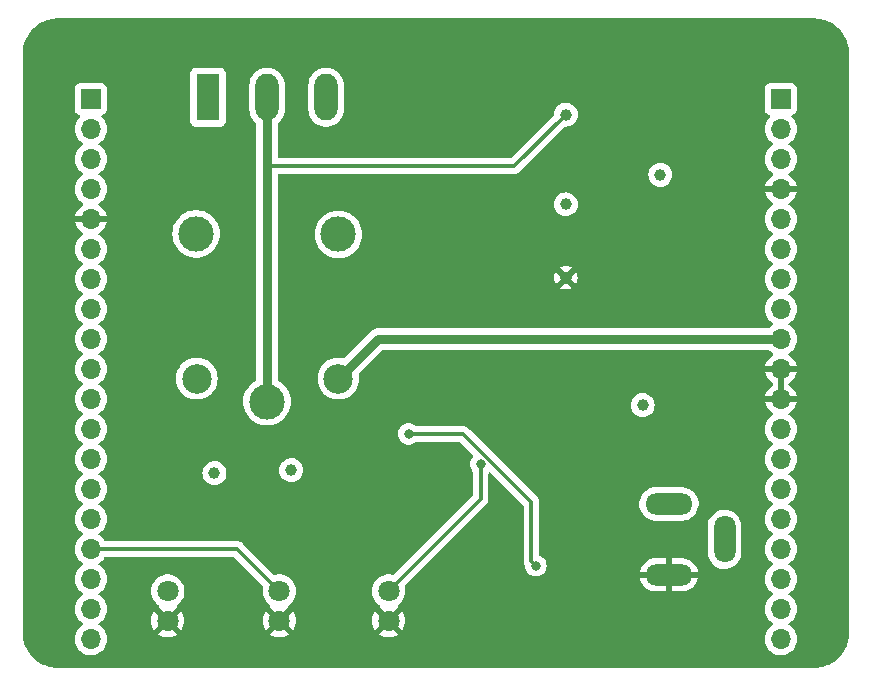
<source format=gbr>
%TF.GenerationSoftware,KiCad,Pcbnew,7.0.2*%
%TF.CreationDate,2023-07-03T14:20:41+02:00*%
%TF.ProjectId,Temperature Controller,54656d70-6572-4617-9475-726520436f6e,V0*%
%TF.SameCoordinates,Original*%
%TF.FileFunction,Copper,L2,Bot*%
%TF.FilePolarity,Positive*%
%FSLAX46Y46*%
G04 Gerber Fmt 4.6, Leading zero omitted, Abs format (unit mm)*
G04 Created by KiCad (PCBNEW 7.0.2) date 2023-07-03 14:20:41*
%MOMM*%
%LPD*%
G01*
G04 APERTURE LIST*
%TA.AperFunction,ComponentPad*%
%ADD10C,1.000000*%
%TD*%
%TA.AperFunction,ComponentPad*%
%ADD11C,1.800000*%
%TD*%
%TA.AperFunction,ComponentPad*%
%ADD12C,3.000000*%
%TD*%
%TA.AperFunction,ComponentPad*%
%ADD13C,2.500000*%
%TD*%
%TA.AperFunction,ComponentPad*%
%ADD14R,1.980000X3.960000*%
%TD*%
%TA.AperFunction,ComponentPad*%
%ADD15O,1.980000X3.960000*%
%TD*%
%TA.AperFunction,ComponentPad*%
%ADD16O,4.000000X1.800000*%
%TD*%
%TA.AperFunction,ComponentPad*%
%ADD17O,1.800000X4.000000*%
%TD*%
%TA.AperFunction,ComponentPad*%
%ADD18R,1.700000X1.700000*%
%TD*%
%TA.AperFunction,ComponentPad*%
%ADD19O,1.700000X1.700000*%
%TD*%
%TA.AperFunction,ViaPad*%
%ADD20C,0.800000*%
%TD*%
%TA.AperFunction,Conductor*%
%ADD21C,0.800000*%
%TD*%
%TA.AperFunction,Conductor*%
%ADD22C,0.300000*%
%TD*%
G04 APERTURE END LIST*
D10*
%TO.P,TP4,1,1*%
%TO.N,/PD2*%
X154000000Y-63250000D03*
%TD*%
%TO.P,TP5,1,1*%
%TO.N,/PC0*%
X152500000Y-82750000D03*
%TD*%
%TO.P,TP2,1,1*%
%TO.N,/+5V*%
X146000000Y-65750000D03*
%TD*%
%TO.P,TP3,1,1*%
%TO.N,GND*%
X146000000Y-71950000D03*
%TD*%
%TO.P,TP1,1,1*%
%TO.N,/COM*%
X146000000Y-58150000D03*
%TD*%
%TO.P,TP6,1,1*%
%TO.N,/PB5*%
X116250000Y-88500000D03*
%TD*%
D11*
%TO.P,J1,1,Pin_1*%
%TO.N,/Va*%
X131000000Y-98498000D03*
%TO.P,J1,2,Pin_2*%
%TO.N,GND*%
X131000000Y-101000000D03*
%TD*%
%TO.P,J2,1,Pin_1*%
%TO.N,/PB3*%
X121750000Y-98498000D03*
%TO.P,J2,2,Pin_2*%
%TO.N,GND*%
X121750000Y-101000000D03*
%TD*%
D12*
%TO.P,K1,1*%
%TO.N,/COM*%
X120700000Y-82450000D03*
D13*
%TO.P,K1,2*%
%TO.N,/+5V*%
X126750000Y-80500000D03*
D12*
%TO.P,K1,3*%
%TO.N,/NO*%
X126750000Y-68300000D03*
%TO.P,K1,4*%
%TO.N,/NC*%
X114700000Y-68250000D03*
D13*
%TO.P,K1,5*%
%TO.N,Net-(D1-A)*%
X114750000Y-80500000D03*
%TD*%
D10*
%TO.P,TP7,1,1*%
%TO.N,/PB3*%
X122750000Y-88250000D03*
%TD*%
D14*
%TO.P,J8,1,Pin_1*%
%TO.N,/NC*%
X115701887Y-56679994D03*
D15*
%TO.P,J8,2,Pin_2*%
%TO.N,/COM*%
X120701887Y-56679994D03*
%TO.P,J8,3,Pin_3*%
%TO.N,/NO*%
X125701887Y-56679994D03*
%TD*%
D16*
%TO.P,J5,1*%
%TO.N,/VIN*%
X154734000Y-91116000D03*
%TO.P,J5,2*%
%TO.N,GND*%
X154734000Y-97116000D03*
D17*
%TO.P,J5,3*%
%TO.N,unconnected-(J5-Pad3)*%
X159438000Y-94116000D03*
%TD*%
D11*
%TO.P,J3,1,Pin_1*%
%TO.N,Net-(J3-Pin_1)*%
X112297000Y-98498000D03*
%TO.P,J3,2,Pin_2*%
%TO.N,GND*%
X112297000Y-101000000D03*
%TD*%
D18*
%TO.P,J7,1,Pin_1*%
%TO.N,/PC9*%
X105780000Y-56830000D03*
D19*
%TO.P,J7,2,Pin_2*%
%TO.N,/PB8*%
X105780000Y-59370000D03*
%TO.P,J7,3,Pin_3*%
%TO.N,/PB9*%
X105780000Y-61910000D03*
%TO.P,J7,4,Pin_4*%
%TO.N,/AVDD*%
X105780000Y-64450000D03*
%TO.P,J7,5,Pin_5*%
%TO.N,GND*%
X105780000Y-66990000D03*
%TO.P,J7,6,Pin_6*%
%TO.N,/PA5*%
X105780000Y-69530000D03*
%TO.P,J7,7,Pin_7*%
%TO.N,/PA6*%
X105780000Y-72070000D03*
%TO.P,J7,8,Pin_8*%
%TO.N,/PA7*%
X105780000Y-74610000D03*
%TO.P,J7,9,Pin_9*%
%TO.N,/PB6*%
X105780000Y-77150000D03*
%TO.P,J7,10,Pin_10*%
%TO.N,/PC7*%
X105780000Y-79690000D03*
%TO.P,J7,11,Pin_11*%
%TO.N,/PA9*%
X105780000Y-82230000D03*
%TO.P,J7,12,Pin_12*%
%TO.N,/PA8*%
X105780000Y-84770000D03*
%TO.P,J7,13,Pin_13*%
%TO.N,/PB10*%
X105780000Y-87310000D03*
%TO.P,J7,14,Pin_14*%
%TO.N,/PB4*%
X105780000Y-89850000D03*
%TO.P,J7,15,Pin_15*%
%TO.N,/PB5*%
X105780000Y-92390000D03*
%TO.P,J7,16,Pin_16*%
%TO.N,/PB3*%
X105780000Y-94930000D03*
%TO.P,J7,17,Pin_17*%
%TO.N,/PA10*%
X105780000Y-97470000D03*
%TO.P,J7,18,Pin_18*%
%TO.N,/PA2*%
X105780000Y-100010000D03*
%TO.P,J7,19,Pin_19*%
%TO.N,/PA3*%
X105780000Y-102550000D03*
%TD*%
D18*
%TO.P,J6,1,Pin_1*%
%TO.N,/PC11*%
X164200000Y-56830000D03*
D19*
%TO.P,J6,2,Pin_2*%
%TO.N,/PD2*%
X164200000Y-59370000D03*
%TO.P,J6,3,Pin_3*%
%TO.N,/E5V*%
X164200000Y-61910000D03*
%TO.P,J6,4,Pin_4*%
%TO.N,GND*%
X164200000Y-64450000D03*
%TO.P,J6,5,Pin_5*%
%TO.N,/NC1*%
X164200000Y-66990000D03*
%TO.P,J6,6,Pin_6*%
%TO.N,/IOREF*%
X164200000Y-69530000D03*
%TO.P,J6,7,Pin_7*%
%TO.N,/RESET*%
X164200000Y-72070000D03*
%TO.P,J6,8,Pin_8*%
%TO.N,/+3V3*%
X164200000Y-74610000D03*
%TO.P,J6,9,Pin_9*%
%TO.N,/+5V*%
X164200000Y-77150000D03*
%TO.P,J6,10,Pin_10*%
%TO.N,GND*%
X164200000Y-79690000D03*
%TO.P,J6,11,Pin_11*%
X164200000Y-82230000D03*
%TO.P,J6,12,Pin_12*%
%TO.N,/VIN*%
X164200000Y-84770000D03*
%TO.P,J6,13,Pin_13*%
%TO.N,/NC2*%
X164200000Y-87310000D03*
%TO.P,J6,14,Pin_14*%
%TO.N,/PA0*%
X164200000Y-89850000D03*
%TO.P,J6,15,Pin_15*%
%TO.N,/PA1*%
X164200000Y-92390000D03*
%TO.P,J6,16,Pin_16*%
%TO.N,/PA4*%
X164200000Y-94930000D03*
%TO.P,J6,17,Pin_17*%
%TO.N,/PB0*%
X164200000Y-97470000D03*
%TO.P,J6,18,Pin_18*%
%TO.N,/PC1*%
X164200000Y-100010000D03*
%TO.P,J6,19,Pin_19*%
%TO.N,/PC0*%
X164200000Y-102550000D03*
%TD*%
D20*
%TO.N,GND*%
X140750000Y-92250000D03*
%TO.N,/Va*%
X138775698Y-87730162D03*
%TO.N,/+3V3*%
X132686799Y-85186799D03*
X143467313Y-96341071D03*
%TD*%
D21*
%TO.N,/+5V*%
X130100000Y-77150000D02*
X126750000Y-80500000D01*
X164200000Y-77150000D02*
X130100000Y-77150000D01*
D22*
%TO.N,/Va*%
X131000000Y-98498000D02*
X138775698Y-90722302D01*
X138775698Y-90722302D02*
X138775698Y-87730162D01*
%TO.N,/+3V3*%
X137292996Y-85186799D02*
X132686799Y-85186799D01*
X143082229Y-90976032D02*
X137292996Y-85186799D01*
X143082229Y-95955987D02*
X143082229Y-90976032D01*
X143467313Y-96341071D02*
X143082229Y-95955987D01*
%TO.N,/PB3*%
X121750000Y-98498000D02*
X118182000Y-94930000D01*
X118182000Y-94930000D02*
X105780000Y-94930000D01*
%TO.N,/COM*%
X141650000Y-62500000D02*
X120701887Y-62500000D01*
D21*
X120701887Y-56679994D02*
X120701887Y-62000000D01*
X120701887Y-62000000D02*
X120701887Y-62500000D01*
X120701887Y-62500000D02*
X120701887Y-82448113D01*
D22*
X146000000Y-58150000D02*
X141650000Y-62500000D01*
%TD*%
%TA.AperFunction,Conductor*%
%TO.N,GND*%
G36*
X164450000Y-81794498D02*
G01*
X164342315Y-81745320D01*
X164235763Y-81730000D01*
X164164237Y-81730000D01*
X164057685Y-81745320D01*
X163950000Y-81794498D01*
X163950000Y-80125501D01*
X164057685Y-80174680D01*
X164164237Y-80190000D01*
X164235763Y-80190000D01*
X164342315Y-80174680D01*
X164450000Y-80125501D01*
X164450000Y-81794498D01*
G37*
%TD.AperFunction*%
%TA.AperFunction,Conductor*%
G36*
X167003243Y-50000669D02*
G01*
X167133628Y-50007503D01*
X167313910Y-50017628D01*
X167326309Y-50018955D01*
X167475647Y-50042608D01*
X167635321Y-50069737D01*
X167646619Y-50072205D01*
X167796693Y-50112418D01*
X167949188Y-50156351D01*
X167959253Y-50159726D01*
X168104710Y-50215562D01*
X168107599Y-50216714D01*
X168251768Y-50276430D01*
X168260594Y-50280500D01*
X168400064Y-50351565D01*
X168403748Y-50353521D01*
X168493848Y-50403316D01*
X168539548Y-50428574D01*
X168547061Y-50433081D01*
X168678754Y-50518604D01*
X168682947Y-50521452D01*
X168809147Y-50610996D01*
X168815428Y-50615759D01*
X168937567Y-50714665D01*
X168942158Y-50718571D01*
X169057424Y-50821579D01*
X169062478Y-50826358D01*
X169173640Y-50937520D01*
X169178419Y-50942574D01*
X169281427Y-51057840D01*
X169285333Y-51062431D01*
X169384239Y-51184570D01*
X169389002Y-51190851D01*
X169478546Y-51317051D01*
X169481409Y-51321266D01*
X169566907Y-51452921D01*
X169571430Y-51460460D01*
X169646477Y-51596250D01*
X169648433Y-51599934D01*
X169719498Y-51739404D01*
X169723575Y-51748247D01*
X169783259Y-51892337D01*
X169784462Y-51895353D01*
X169840265Y-52040727D01*
X169843655Y-52050836D01*
X169887579Y-52203297D01*
X169927793Y-52353379D01*
X169930262Y-52364685D01*
X169957394Y-52524369D01*
X169981040Y-52673670D01*
X169982371Y-52686108D01*
X169992509Y-52866617D01*
X169999330Y-52996756D01*
X169999500Y-53003246D01*
X169999500Y-101996753D01*
X169999330Y-102003243D01*
X169992509Y-102133382D01*
X169982372Y-102313887D01*
X169981040Y-102326331D01*
X169957394Y-102475629D01*
X169930263Y-102635308D01*
X169927791Y-102646624D01*
X169887579Y-102796701D01*
X169843653Y-102949170D01*
X169840268Y-102959263D01*
X169784462Y-103104645D01*
X169783259Y-103107661D01*
X169723575Y-103251751D01*
X169719498Y-103260594D01*
X169648433Y-103400064D01*
X169646477Y-103403748D01*
X169571430Y-103539538D01*
X169566897Y-103547094D01*
X169481412Y-103678728D01*
X169478546Y-103682947D01*
X169389002Y-103809147D01*
X169384239Y-103815428D01*
X169285333Y-103937567D01*
X169281427Y-103942158D01*
X169178419Y-104057424D01*
X169173640Y-104062478D01*
X169062478Y-104173640D01*
X169057424Y-104178419D01*
X168942158Y-104281427D01*
X168937567Y-104285333D01*
X168815428Y-104384239D01*
X168809147Y-104389002D01*
X168682947Y-104478546D01*
X168678728Y-104481412D01*
X168547094Y-104566897D01*
X168539538Y-104571430D01*
X168403748Y-104646477D01*
X168400064Y-104648433D01*
X168260594Y-104719498D01*
X168251751Y-104723575D01*
X168107661Y-104783259D01*
X168104645Y-104784462D01*
X167959271Y-104840265D01*
X167949162Y-104843655D01*
X167796702Y-104887579D01*
X167646619Y-104927793D01*
X167635313Y-104930262D01*
X167475630Y-104957394D01*
X167326328Y-104981040D01*
X167313890Y-104982371D01*
X167133382Y-104992509D01*
X167003244Y-104999330D01*
X166996754Y-104999500D01*
X103003247Y-104999500D01*
X102996757Y-104999330D01*
X102866617Y-104992509D01*
X102686111Y-104982372D01*
X102673666Y-104981040D01*
X102524369Y-104957394D01*
X102364690Y-104930263D01*
X102353374Y-104927791D01*
X102203298Y-104887579D01*
X102050828Y-104843653D01*
X102040735Y-104840268D01*
X101895353Y-104784462D01*
X101892337Y-104783259D01*
X101748247Y-104723575D01*
X101739404Y-104719498D01*
X101599934Y-104648433D01*
X101596250Y-104646477D01*
X101460460Y-104571430D01*
X101452921Y-104566907D01*
X101321266Y-104481409D01*
X101317051Y-104478546D01*
X101190851Y-104389002D01*
X101184570Y-104384239D01*
X101062431Y-104285333D01*
X101057840Y-104281427D01*
X100942574Y-104178419D01*
X100937520Y-104173640D01*
X100826358Y-104062478D01*
X100821579Y-104057424D01*
X100718571Y-103942158D01*
X100714665Y-103937567D01*
X100615759Y-103815428D01*
X100610996Y-103809147D01*
X100521452Y-103682947D01*
X100518604Y-103678754D01*
X100433081Y-103547061D01*
X100428568Y-103539538D01*
X100353521Y-103403748D01*
X100351565Y-103400064D01*
X100280500Y-103260594D01*
X100276430Y-103251768D01*
X100216714Y-103107599D01*
X100215562Y-103104710D01*
X100159729Y-102959260D01*
X100156346Y-102949170D01*
X100112414Y-102796679D01*
X100106436Y-102774368D01*
X100072202Y-102646605D01*
X100069738Y-102635323D01*
X100055241Y-102550000D01*
X104416843Y-102550000D01*
X104435435Y-102774363D01*
X104435435Y-102774366D01*
X104435436Y-102774368D01*
X104474061Y-102926896D01*
X104490705Y-102992618D01*
X104581138Y-103198788D01*
X104581140Y-103198791D01*
X104704278Y-103387268D01*
X104856760Y-103552906D01*
X105034424Y-103691189D01*
X105232426Y-103798342D01*
X105445365Y-103871444D01*
X105667431Y-103908500D01*
X105892569Y-103908500D01*
X106114635Y-103871444D01*
X106327574Y-103798342D01*
X106525576Y-103691189D01*
X106703240Y-103552906D01*
X106855722Y-103387268D01*
X106978860Y-103198791D01*
X107069296Y-102992616D01*
X107124564Y-102774368D01*
X107143156Y-102550000D01*
X107124564Y-102325632D01*
X107069296Y-102107384D01*
X106978860Y-101901209D01*
X106855722Y-101712732D01*
X106703240Y-101547094D01*
X106525576Y-101408811D01*
X106489067Y-101389053D01*
X106439478Y-101339836D01*
X106424370Y-101271619D01*
X106448540Y-101206063D01*
X106489067Y-101170946D01*
X106525576Y-101151189D01*
X106703240Y-101012906D01*
X106855722Y-100847268D01*
X106978860Y-100658791D01*
X107069296Y-100452616D01*
X107124564Y-100234368D01*
X107143156Y-100010000D01*
X107124564Y-99785632D01*
X107069296Y-99567384D01*
X106978860Y-99361209D01*
X106855722Y-99172732D01*
X106703240Y-99007094D01*
X106525576Y-98868811D01*
X106489067Y-98849053D01*
X106439478Y-98799836D01*
X106424370Y-98731619D01*
X106448540Y-98666063D01*
X106489067Y-98630946D01*
X106525576Y-98611189D01*
X106671000Y-98498000D01*
X110883672Y-98498000D01*
X110902948Y-98730621D01*
X110902948Y-98730624D01*
X110902949Y-98730626D01*
X110920475Y-98799836D01*
X110960251Y-98956908D01*
X111054016Y-99170669D01*
X111181684Y-99366081D01*
X111181686Y-99366083D01*
X111339780Y-99537818D01*
X111492302Y-99656532D01*
X111533115Y-99713241D01*
X111536789Y-99783014D01*
X111502157Y-99843697D01*
X111498234Y-99847096D01*
X111498200Y-99847647D01*
X112125431Y-100474878D01*
X112008542Y-100525651D01*
X111891261Y-100621066D01*
X111804072Y-100744585D01*
X111773645Y-100830198D01*
X111145812Y-100202365D01*
X111061516Y-100331390D01*
X110968319Y-100543860D01*
X110911361Y-100768782D01*
X110892201Y-100999999D01*
X110911361Y-101231217D01*
X110968319Y-101456139D01*
X111061516Y-101668609D01*
X111145811Y-101797633D01*
X111771070Y-101172375D01*
X111773884Y-101185915D01*
X111843442Y-101320156D01*
X111946638Y-101430652D01*
X112075819Y-101509209D01*
X112127002Y-101523549D01*
X111498199Y-102152351D01*
X111528650Y-102176051D01*
X111732700Y-102286477D01*
X111952140Y-102361811D01*
X112180993Y-102400000D01*
X112413007Y-102400000D01*
X112641859Y-102361811D01*
X112861296Y-102286478D01*
X113065353Y-102176048D01*
X113095798Y-102152351D01*
X112468568Y-101525121D01*
X112585458Y-101474349D01*
X112702739Y-101378934D01*
X112789928Y-101255415D01*
X112820354Y-101169802D01*
X113448186Y-101797634D01*
X113532483Y-101668607D01*
X113625680Y-101456138D01*
X113682638Y-101231217D01*
X113701798Y-101000000D01*
X113682638Y-100768782D01*
X113625680Y-100543860D01*
X113532484Y-100331392D01*
X113448186Y-100202364D01*
X112822929Y-100827622D01*
X112820116Y-100814085D01*
X112750558Y-100679844D01*
X112647362Y-100569348D01*
X112518181Y-100490791D01*
X112466997Y-100476450D01*
X113095799Y-99847648D01*
X113095553Y-99843700D01*
X113060885Y-99795528D01*
X113057210Y-99725755D01*
X113091841Y-99665072D01*
X113101692Y-99656535D01*
X113254220Y-99537818D01*
X113412314Y-99366083D01*
X113539984Y-99170669D01*
X113633749Y-98956907D01*
X113691051Y-98730626D01*
X113710327Y-98498000D01*
X113691051Y-98265374D01*
X113633749Y-98039093D01*
X113539984Y-97825331D01*
X113454419Y-97694363D01*
X113412315Y-97629918D01*
X113254219Y-97458181D01*
X113135785Y-97366000D01*
X113070017Y-97314810D01*
X112864727Y-97203713D01*
X112864726Y-97203712D01*
X112864725Y-97203712D01*
X112643953Y-97127919D01*
X112413712Y-97089500D01*
X112180288Y-97089500D01*
X111950046Y-97127919D01*
X111729274Y-97203712D01*
X111523983Y-97314810D01*
X111339780Y-97458181D01*
X111181684Y-97629918D01*
X111054016Y-97825330D01*
X110960251Y-98039091D01*
X110902948Y-98265378D01*
X110883672Y-98498000D01*
X106671000Y-98498000D01*
X106703240Y-98472906D01*
X106855722Y-98307268D01*
X106978860Y-98118791D01*
X107069296Y-97912616D01*
X107124564Y-97694368D01*
X107143156Y-97470000D01*
X107124564Y-97245632D01*
X107069296Y-97027384D01*
X106978860Y-96821209D01*
X106855722Y-96632732D01*
X106703240Y-96467094D01*
X106525576Y-96328811D01*
X106489067Y-96309053D01*
X106439478Y-96259836D01*
X106424370Y-96191619D01*
X106448540Y-96126063D01*
X106489067Y-96090946D01*
X106525576Y-96071189D01*
X106703240Y-95932906D01*
X106855722Y-95767268D01*
X106935814Y-95644677D01*
X106988961Y-95599322D01*
X107039623Y-95588500D01*
X117857878Y-95588500D01*
X117924917Y-95608185D01*
X117945559Y-95624819D01*
X120352636Y-98031896D01*
X120386121Y-98093219D01*
X120385161Y-98150017D01*
X120355948Y-98265377D01*
X120336672Y-98498000D01*
X120355948Y-98730621D01*
X120355948Y-98730624D01*
X120355949Y-98730626D01*
X120373475Y-98799836D01*
X120413251Y-98956908D01*
X120507016Y-99170669D01*
X120634684Y-99366081D01*
X120634686Y-99366083D01*
X120792780Y-99537818D01*
X120945302Y-99656532D01*
X120986115Y-99713241D01*
X120989789Y-99783014D01*
X120955157Y-99843697D01*
X120951234Y-99847096D01*
X120951200Y-99847647D01*
X121578431Y-100474878D01*
X121461542Y-100525651D01*
X121344261Y-100621066D01*
X121257072Y-100744585D01*
X121226645Y-100830198D01*
X120598812Y-100202365D01*
X120514516Y-100331390D01*
X120421319Y-100543860D01*
X120364361Y-100768782D01*
X120345201Y-101000000D01*
X120364361Y-101231217D01*
X120421319Y-101456139D01*
X120514516Y-101668609D01*
X120598811Y-101797633D01*
X121224070Y-101172375D01*
X121226884Y-101185915D01*
X121296442Y-101320156D01*
X121399638Y-101430652D01*
X121528819Y-101509209D01*
X121580002Y-101523549D01*
X120951199Y-102152351D01*
X120981650Y-102176051D01*
X121185700Y-102286477D01*
X121405140Y-102361811D01*
X121633993Y-102400000D01*
X121866007Y-102400000D01*
X122094859Y-102361811D01*
X122314296Y-102286478D01*
X122518353Y-102176048D01*
X122548798Y-102152351D01*
X121921568Y-101525121D01*
X122038458Y-101474349D01*
X122155739Y-101378934D01*
X122242928Y-101255415D01*
X122273354Y-101169802D01*
X122901186Y-101797634D01*
X122985483Y-101668607D01*
X123078680Y-101456138D01*
X123135638Y-101231217D01*
X123154798Y-101000000D01*
X123135638Y-100768782D01*
X123078680Y-100543860D01*
X122985484Y-100331392D01*
X122901186Y-100202364D01*
X122275928Y-100827621D01*
X122273116Y-100814085D01*
X122203558Y-100679844D01*
X122100362Y-100569348D01*
X121971181Y-100490791D01*
X121919997Y-100476450D01*
X122548799Y-99847648D01*
X122548553Y-99843700D01*
X122513885Y-99795528D01*
X122510210Y-99725755D01*
X122544841Y-99665072D01*
X122554692Y-99656535D01*
X122707220Y-99537818D01*
X122865314Y-99366083D01*
X122992984Y-99170669D01*
X123086749Y-98956907D01*
X123144051Y-98730626D01*
X123163327Y-98498000D01*
X129586672Y-98498000D01*
X129605948Y-98730621D01*
X129605948Y-98730624D01*
X129605949Y-98730626D01*
X129623475Y-98799836D01*
X129663251Y-98956908D01*
X129757016Y-99170669D01*
X129884684Y-99366081D01*
X129884686Y-99366083D01*
X130042780Y-99537818D01*
X130195302Y-99656532D01*
X130236115Y-99713241D01*
X130239789Y-99783014D01*
X130205157Y-99843697D01*
X130201234Y-99847096D01*
X130201200Y-99847647D01*
X130828431Y-100474878D01*
X130711542Y-100525651D01*
X130594261Y-100621066D01*
X130507072Y-100744585D01*
X130476645Y-100830198D01*
X129848812Y-100202365D01*
X129764516Y-100331390D01*
X129671319Y-100543860D01*
X129614361Y-100768782D01*
X129595201Y-101000000D01*
X129614361Y-101231217D01*
X129671319Y-101456139D01*
X129764516Y-101668609D01*
X129848811Y-101797633D01*
X130474070Y-101172375D01*
X130476884Y-101185915D01*
X130546442Y-101320156D01*
X130649638Y-101430652D01*
X130778819Y-101509209D01*
X130830002Y-101523549D01*
X130201199Y-102152351D01*
X130231650Y-102176051D01*
X130435700Y-102286477D01*
X130655140Y-102361811D01*
X130883993Y-102400000D01*
X131116007Y-102400000D01*
X131344859Y-102361811D01*
X131564296Y-102286478D01*
X131768353Y-102176048D01*
X131798798Y-102152351D01*
X131171568Y-101525121D01*
X131288458Y-101474349D01*
X131405739Y-101378934D01*
X131492928Y-101255415D01*
X131523354Y-101169802D01*
X132151186Y-101797634D01*
X132235483Y-101668607D01*
X132328680Y-101456138D01*
X132385638Y-101231217D01*
X132404798Y-101000000D01*
X132385638Y-100768782D01*
X132328680Y-100543860D01*
X132235484Y-100331392D01*
X132151186Y-100202364D01*
X131525929Y-100827622D01*
X131523116Y-100814085D01*
X131453558Y-100679844D01*
X131350362Y-100569348D01*
X131221181Y-100490791D01*
X131169997Y-100476450D01*
X131798799Y-99847648D01*
X131798553Y-99843700D01*
X131763885Y-99795528D01*
X131760210Y-99725755D01*
X131794841Y-99665072D01*
X131804692Y-99656535D01*
X131957220Y-99537818D01*
X132115314Y-99366083D01*
X132242984Y-99170669D01*
X132336749Y-98956907D01*
X132394051Y-98730626D01*
X132413327Y-98498000D01*
X132394051Y-98265374D01*
X132364837Y-98150016D01*
X132367463Y-98080196D01*
X132397361Y-98031897D01*
X139180240Y-91249018D01*
X139197070Y-91235537D01*
X139203160Y-91229052D01*
X139247350Y-91181992D01*
X139249999Y-91179259D01*
X139270625Y-91158635D01*
X139273399Y-91155057D01*
X139280985Y-91146174D01*
X139312670Y-91112435D01*
X139323078Y-91093502D01*
X139333757Y-91077244D01*
X139347002Y-91060170D01*
X139365389Y-91017677D01*
X139370520Y-91007204D01*
X139392822Y-90966639D01*
X139398195Y-90945707D01*
X139404494Y-90927312D01*
X139413078Y-90907478D01*
X139420318Y-90861756D01*
X139422688Y-90850314D01*
X139434198Y-90805490D01*
X139434198Y-90783882D01*
X139435725Y-90764482D01*
X139436041Y-90762489D01*
X139439104Y-90743150D01*
X139434748Y-90697066D01*
X139434198Y-90685397D01*
X139434198Y-88558623D01*
X139453883Y-88491584D01*
X139506687Y-88445829D01*
X139575845Y-88435885D01*
X139639401Y-88464910D01*
X139645878Y-88470941D01*
X142387411Y-91212474D01*
X142420895Y-91273795D01*
X142423729Y-91300153D01*
X142423729Y-95869597D01*
X142421362Y-95891031D01*
X142423668Y-95964387D01*
X142423729Y-95968282D01*
X142423729Y-95997419D01*
X142424217Y-96001291D01*
X142424218Y-96001292D01*
X142424298Y-96001926D01*
X142425212Y-96013551D01*
X142426666Y-96059820D01*
X142432692Y-96080562D01*
X142436637Y-96099608D01*
X142439346Y-96121050D01*
X142456387Y-96164092D01*
X142460170Y-96175141D01*
X142473084Y-96219588D01*
X142484079Y-96238180D01*
X142492638Y-96255650D01*
X142500593Y-96275741D01*
X142527801Y-96313189D01*
X142534215Y-96322954D01*
X142541964Y-96336057D01*
X142558553Y-96386215D01*
X142573771Y-96531000D01*
X142632785Y-96712627D01*
X142728270Y-96878012D01*
X142728273Y-96878015D01*
X142856060Y-97019937D01*
X142988279Y-97116000D01*
X143010561Y-97132189D01*
X143185027Y-97209866D01*
X143371824Y-97249571D01*
X143371826Y-97249571D01*
X143562802Y-97249571D01*
X143749598Y-97209866D01*
X143749599Y-97209865D01*
X143749601Y-97209865D01*
X143924065Y-97132189D01*
X144078566Y-97019937D01*
X144206353Y-96878015D01*
X144213290Y-96866000D01*
X152254582Y-96866000D01*
X153138118Y-96866000D01*
X153099444Y-96959369D01*
X153078823Y-97116000D01*
X153099444Y-97272631D01*
X153138118Y-97366000D01*
X152255734Y-97366000D01*
X152290526Y-97527434D01*
X152379383Y-97748562D01*
X152504335Y-97951497D01*
X152661784Y-98130394D01*
X152847199Y-98280106D01*
X153055250Y-98396332D01*
X153279957Y-98475726D01*
X153514840Y-98516000D01*
X154484000Y-98516000D01*
X154484000Y-97716000D01*
X154984000Y-97716000D01*
X154984000Y-98516000D01*
X155890842Y-98516000D01*
X155896097Y-98515776D01*
X156071455Y-98500851D01*
X156302083Y-98440801D01*
X156519241Y-98342639D01*
X156716687Y-98209188D01*
X156888741Y-98044288D01*
X157030450Y-97852684D01*
X157137741Y-97639886D01*
X157207525Y-97412017D01*
X157213418Y-97366000D01*
X156329882Y-97366000D01*
X156368556Y-97272631D01*
X156389177Y-97116000D01*
X156368556Y-96959369D01*
X156329882Y-96866000D01*
X157212266Y-96866000D01*
X157212265Y-96865999D01*
X157177473Y-96704565D01*
X157088616Y-96483437D01*
X156963664Y-96280502D01*
X156806215Y-96101605D01*
X156620800Y-95951893D01*
X156412749Y-95835667D01*
X156188042Y-95756273D01*
X155953160Y-95716000D01*
X154984000Y-95716000D01*
X154984000Y-96516000D01*
X154484000Y-96516000D01*
X154484000Y-95716000D01*
X153577158Y-95716000D01*
X153571902Y-95716223D01*
X153396544Y-95731148D01*
X153165916Y-95791198D01*
X152948758Y-95889360D01*
X152751312Y-96022811D01*
X152579258Y-96187711D01*
X152437549Y-96379315D01*
X152330258Y-96592113D01*
X152260474Y-96819982D01*
X152254582Y-96866000D01*
X144213290Y-96866000D01*
X144213291Y-96865999D01*
X144301840Y-96712627D01*
X144301840Y-96712626D01*
X144360855Y-96530999D01*
X144380817Y-96341071D01*
X144360855Y-96151143D01*
X144301840Y-95969515D01*
X144301840Y-95969514D01*
X144206355Y-95804129D01*
X144140642Y-95731148D01*
X144078566Y-95662205D01*
X143924065Y-95549953D01*
X143924064Y-95549952D01*
X143814294Y-95501080D01*
X143761057Y-95455830D01*
X143740735Y-95388981D01*
X143740729Y-95387800D01*
X143740729Y-95275827D01*
X158029500Y-95275827D01*
X158029722Y-95278442D01*
X158029723Y-95278452D01*
X158044740Y-95454896D01*
X158105155Y-95686925D01*
X158203913Y-95905401D01*
X158335175Y-96099608D01*
X158338175Y-96104047D01*
X158504075Y-96277144D01*
X158696843Y-96419715D01*
X158910933Y-96527657D01*
X159140185Y-96597864D01*
X159378005Y-96628318D01*
X159617551Y-96618143D01*
X159851932Y-96567630D01*
X160074404Y-96478233D01*
X160278569Y-96352524D01*
X160458551Y-96194119D01*
X160609175Y-96007576D01*
X160726105Y-95798260D01*
X160805980Y-95572194D01*
X160825933Y-95455830D01*
X160846500Y-95335883D01*
X160846500Y-92958804D01*
X160846500Y-92956173D01*
X160831259Y-92777102D01*
X160811120Y-92699760D01*
X160770844Y-92545074D01*
X160672086Y-92326598D01*
X160537825Y-92127953D01*
X160371924Y-91954855D01*
X160179157Y-91812285D01*
X159965067Y-91704343D01*
X159735815Y-91634136D01*
X159735814Y-91634136D01*
X159497995Y-91603682D01*
X159497991Y-91603682D01*
X159258451Y-91613856D01*
X159024066Y-91664370D01*
X158801599Y-91753765D01*
X158597429Y-91879477D01*
X158417449Y-92037880D01*
X158266824Y-92224423D01*
X158149895Y-92433738D01*
X158070018Y-92659810D01*
X158029500Y-92896116D01*
X158029500Y-92896118D01*
X158029500Y-92896119D01*
X158029500Y-95275827D01*
X143740729Y-95275827D01*
X143740729Y-91062424D01*
X143741437Y-91056008D01*
X152221682Y-91056008D01*
X152231856Y-91295548D01*
X152282370Y-91529933D01*
X152352454Y-91704343D01*
X152371767Y-91752404D01*
X152497476Y-91956569D01*
X152497477Y-91956570D01*
X152655880Y-92136550D01*
X152842423Y-92287175D01*
X153051738Y-92404104D01*
X153051740Y-92404105D01*
X153277806Y-92483980D01*
X153277808Y-92483980D01*
X153277810Y-92483981D01*
X153514117Y-92524500D01*
X153514119Y-92524500D01*
X155891196Y-92524500D01*
X155893827Y-92524500D01*
X156072898Y-92509259D01*
X156227581Y-92468982D01*
X156304925Y-92448844D01*
X156435102Y-92390000D01*
X156523402Y-92350086D01*
X156722047Y-92215825D01*
X156895144Y-92049925D01*
X157037715Y-91857157D01*
X157145657Y-91643067D01*
X157215864Y-91413815D01*
X157246318Y-91175995D01*
X157236143Y-90936449D01*
X157185630Y-90702068D01*
X157096233Y-90479596D01*
X156970524Y-90275431D01*
X156812119Y-90095449D01*
X156713941Y-90016175D01*
X156625576Y-89944824D01*
X156416261Y-89827895D01*
X156190189Y-89748018D01*
X155953883Y-89707500D01*
X155953881Y-89707500D01*
X153574173Y-89707500D01*
X153571558Y-89707722D01*
X153571547Y-89707723D01*
X153395103Y-89722740D01*
X153163074Y-89783155D01*
X152944598Y-89881913D01*
X152745953Y-90016174D01*
X152572855Y-90182075D01*
X152430285Y-90374842D01*
X152322343Y-90588932D01*
X152256024Y-90805490D01*
X152252136Y-90818185D01*
X152223925Y-91038495D01*
X152221682Y-91056008D01*
X143741437Y-91056008D01*
X143743096Y-91040984D01*
X143740790Y-90967610D01*
X143740729Y-90963715D01*
X143740729Y-90938500D01*
X143740729Y-90934600D01*
X143740162Y-90930120D01*
X143739244Y-90918460D01*
X143738899Y-90907477D01*
X143737791Y-90872201D01*
X143731763Y-90851453D01*
X143727820Y-90832416D01*
X143725111Y-90810968D01*
X143708059Y-90767901D01*
X143704291Y-90756893D01*
X143691374Y-90712432D01*
X143691373Y-90712431D01*
X143691373Y-90712429D01*
X143680380Y-90693842D01*
X143671818Y-90676367D01*
X143663864Y-90656276D01*
X143636652Y-90618824D01*
X143630250Y-90609079D01*
X143606682Y-90569225D01*
X143591398Y-90553941D01*
X143578768Y-90539153D01*
X143566070Y-90521675D01*
X143538408Y-90498791D01*
X143530400Y-90492166D01*
X143521761Y-90484304D01*
X137819714Y-84782257D01*
X137806230Y-84765426D01*
X137752721Y-84715178D01*
X137749924Y-84712467D01*
X137732081Y-84694624D01*
X137729329Y-84691872D01*
X137725736Y-84689085D01*
X137716872Y-84681513D01*
X137683129Y-84649827D01*
X137664196Y-84639418D01*
X137647937Y-84628738D01*
X137630864Y-84615495D01*
X137630864Y-84615494D01*
X137588373Y-84597107D01*
X137577896Y-84591974D01*
X137555003Y-84579389D01*
X137537330Y-84569673D01*
X137516409Y-84564302D01*
X137498000Y-84557999D01*
X137478171Y-84549418D01*
X137432451Y-84542177D01*
X137421012Y-84539808D01*
X137376186Y-84528299D01*
X137376184Y-84528299D01*
X137354577Y-84528299D01*
X137335179Y-84526772D01*
X137326599Y-84525413D01*
X137313845Y-84523393D01*
X137313844Y-84523393D01*
X137267760Y-84527749D01*
X137256093Y-84528299D01*
X133366374Y-84528299D01*
X133299335Y-84508614D01*
X133293488Y-84504617D01*
X133143550Y-84395680D01*
X132969084Y-84318003D01*
X132782288Y-84278299D01*
X132782286Y-84278299D01*
X132591312Y-84278299D01*
X132591310Y-84278299D01*
X132404513Y-84318003D01*
X132230047Y-84395680D01*
X132075547Y-84507932D01*
X131947756Y-84649857D01*
X131852271Y-84815242D01*
X131793257Y-84996869D01*
X131793256Y-84996871D01*
X131793257Y-84996871D01*
X131773295Y-85186799D01*
X131776009Y-85212618D01*
X131793257Y-85376728D01*
X131852271Y-85558355D01*
X131947756Y-85723740D01*
X131947759Y-85723743D01*
X132075546Y-85865665D01*
X132230046Y-85977916D01*
X132230047Y-85977917D01*
X132404513Y-86055594D01*
X132591310Y-86095299D01*
X132591312Y-86095299D01*
X132782288Y-86095299D01*
X132969084Y-86055594D01*
X132969085Y-86055593D01*
X132969087Y-86055593D01*
X133143551Y-85977917D01*
X133293487Y-85868981D01*
X133359295Y-85845501D01*
X133366374Y-85845299D01*
X136968874Y-85845299D01*
X137035913Y-85864984D01*
X137056555Y-85881618D01*
X138110513Y-86935576D01*
X138143998Y-86996899D01*
X138139014Y-87066591D01*
X138114982Y-87106229D01*
X138036657Y-87193217D01*
X137941170Y-87358605D01*
X137882156Y-87540232D01*
X137862194Y-87730162D01*
X137882156Y-87920091D01*
X137941170Y-88101718D01*
X138036657Y-88267105D01*
X138085348Y-88321182D01*
X138115578Y-88384173D01*
X138117198Y-88404154D01*
X138117198Y-90398179D01*
X138097513Y-90465218D01*
X138080879Y-90485860D01*
X131470074Y-97096664D01*
X131408751Y-97130149D01*
X131357493Y-97127162D01*
X131357085Y-97129611D01*
X131275518Y-97116000D01*
X131116712Y-97089500D01*
X130883288Y-97089500D01*
X130653046Y-97127919D01*
X130432274Y-97203712D01*
X130226983Y-97314810D01*
X130042780Y-97458181D01*
X129884684Y-97629918D01*
X129757016Y-97825330D01*
X129663251Y-98039091D01*
X129605948Y-98265378D01*
X129586672Y-98498000D01*
X123163327Y-98498000D01*
X123144051Y-98265374D01*
X123086749Y-98039093D01*
X122992984Y-97825331D01*
X122907419Y-97694363D01*
X122865315Y-97629918D01*
X122707219Y-97458181D01*
X122588785Y-97366000D01*
X122523017Y-97314810D01*
X122317727Y-97203713D01*
X122317726Y-97203712D01*
X122317725Y-97203712D01*
X122096953Y-97127919D01*
X121866712Y-97089500D01*
X121633288Y-97089500D01*
X121474482Y-97116000D01*
X121392915Y-97129611D01*
X121392473Y-97126963D01*
X121338043Y-97129408D01*
X121279924Y-97096664D01*
X118708718Y-94525458D01*
X118695234Y-94508627D01*
X118641725Y-94458379D01*
X118638928Y-94455668D01*
X118621085Y-94437825D01*
X118618333Y-94435073D01*
X118614740Y-94432286D01*
X118605876Y-94424714D01*
X118572133Y-94393028D01*
X118553200Y-94382619D01*
X118536941Y-94371939D01*
X118519868Y-94358696D01*
X118519868Y-94358695D01*
X118477377Y-94340308D01*
X118466900Y-94335175D01*
X118444007Y-94322590D01*
X118426334Y-94312874D01*
X118405413Y-94307503D01*
X118387004Y-94301200D01*
X118367175Y-94292619D01*
X118321455Y-94285378D01*
X118310016Y-94283009D01*
X118265190Y-94271500D01*
X118265188Y-94271500D01*
X118243581Y-94271500D01*
X118224183Y-94269973D01*
X118215603Y-94268614D01*
X118202849Y-94266594D01*
X118202848Y-94266594D01*
X118156764Y-94270950D01*
X118145097Y-94271500D01*
X107039623Y-94271500D01*
X106972584Y-94251815D01*
X106935814Y-94215322D01*
X106855722Y-94092732D01*
X106703240Y-93927094D01*
X106525576Y-93788811D01*
X106525575Y-93788810D01*
X106489067Y-93769053D01*
X106439477Y-93719833D01*
X106424370Y-93651616D01*
X106448541Y-93586061D01*
X106489066Y-93550946D01*
X106525576Y-93531189D01*
X106703240Y-93392906D01*
X106855722Y-93227268D01*
X106978860Y-93038791D01*
X107069296Y-92832616D01*
X107124564Y-92614368D01*
X107143156Y-92390000D01*
X107124564Y-92165632D01*
X107069296Y-91947384D01*
X106978860Y-91741209D01*
X106855722Y-91552732D01*
X106703240Y-91387094D01*
X106525576Y-91248811D01*
X106489067Y-91229053D01*
X106439478Y-91179836D01*
X106424370Y-91111619D01*
X106448540Y-91046063D01*
X106489067Y-91010946D01*
X106525576Y-90991189D01*
X106703240Y-90852906D01*
X106855722Y-90687268D01*
X106978860Y-90498791D01*
X107069296Y-90292616D01*
X107124564Y-90074368D01*
X107143156Y-89850000D01*
X107124564Y-89625632D01*
X107069296Y-89407384D01*
X106978860Y-89201209D01*
X106855722Y-89012732D01*
X106703240Y-88847094D01*
X106525576Y-88708811D01*
X106489067Y-88689053D01*
X106439478Y-88639836D01*
X106424370Y-88571619D01*
X106448540Y-88506063D01*
X106455537Y-88500000D01*
X115236620Y-88500000D01*
X115256091Y-88697698D01*
X115256092Y-88697701D01*
X115313759Y-88887804D01*
X115407405Y-89063004D01*
X115533432Y-89216568D01*
X115686996Y-89342595D01*
X115862196Y-89436241D01*
X116052299Y-89493908D01*
X116250000Y-89513380D01*
X116447701Y-89493908D01*
X116637804Y-89436241D01*
X116813004Y-89342595D01*
X116966568Y-89216568D01*
X117092595Y-89063004D01*
X117186241Y-88887804D01*
X117243908Y-88697701D01*
X117263380Y-88500000D01*
X117243908Y-88302299D01*
X117228043Y-88249999D01*
X121736620Y-88249999D01*
X121756091Y-88447698D01*
X121756092Y-88447701D01*
X121813759Y-88637804D01*
X121907405Y-88813004D01*
X122033432Y-88966568D01*
X122186996Y-89092595D01*
X122362196Y-89186241D01*
X122552299Y-89243908D01*
X122750000Y-89263380D01*
X122947701Y-89243908D01*
X123137804Y-89186241D01*
X123313004Y-89092595D01*
X123466568Y-88966568D01*
X123592595Y-88813004D01*
X123686241Y-88637804D01*
X123743908Y-88447701D01*
X123763380Y-88250000D01*
X123743908Y-88052299D01*
X123686241Y-87862196D01*
X123592595Y-87686996D01*
X123466568Y-87533432D01*
X123313004Y-87407405D01*
X123313003Y-87407404D01*
X123218390Y-87356833D01*
X123137804Y-87313759D01*
X122947701Y-87256092D01*
X122947698Y-87256091D01*
X122750000Y-87236620D01*
X122552301Y-87256091D01*
X122488931Y-87275314D01*
X122362196Y-87313759D01*
X122362192Y-87313760D01*
X122362192Y-87313761D01*
X122186996Y-87407404D01*
X122033432Y-87533432D01*
X121907404Y-87686996D01*
X121872329Y-87752618D01*
X121813759Y-87862196D01*
X121796197Y-87920091D01*
X121756091Y-88052301D01*
X121736620Y-88249999D01*
X117228043Y-88249999D01*
X117186241Y-88112196D01*
X117092595Y-87936996D01*
X116966568Y-87783432D01*
X116813004Y-87657405D01*
X116813003Y-87657404D01*
X116718390Y-87606833D01*
X116637804Y-87563759D01*
X116447701Y-87506092D01*
X116447698Y-87506091D01*
X116250000Y-87486620D01*
X116052301Y-87506091D01*
X115988931Y-87525314D01*
X115862196Y-87563759D01*
X115862192Y-87563760D01*
X115862192Y-87563761D01*
X115686996Y-87657404D01*
X115533432Y-87783432D01*
X115407404Y-87936996D01*
X115313761Y-88112192D01*
X115313759Y-88112196D01*
X115303120Y-88147269D01*
X115256091Y-88302301D01*
X115236620Y-88500000D01*
X106455537Y-88500000D01*
X106489067Y-88470946D01*
X106525576Y-88451189D01*
X106703240Y-88312906D01*
X106855722Y-88147268D01*
X106978860Y-87958791D01*
X107069296Y-87752616D01*
X107124564Y-87534368D01*
X107143156Y-87310000D01*
X107124564Y-87085632D01*
X107069296Y-86867384D01*
X106978860Y-86661209D01*
X106855722Y-86472732D01*
X106703240Y-86307094D01*
X106525576Y-86168811D01*
X106489067Y-86149053D01*
X106439478Y-86099836D01*
X106424370Y-86031619D01*
X106448540Y-85966063D01*
X106489067Y-85930946D01*
X106525576Y-85911189D01*
X106703240Y-85772906D01*
X106855722Y-85607268D01*
X106978860Y-85418791D01*
X107069296Y-85212616D01*
X107124564Y-84994368D01*
X107143156Y-84770000D01*
X107124564Y-84545632D01*
X107069296Y-84327384D01*
X106978860Y-84121209D01*
X106855722Y-83932732D01*
X106703240Y-83767094D01*
X106564956Y-83659462D01*
X106525575Y-83628810D01*
X106489067Y-83609053D01*
X106439477Y-83559833D01*
X106424370Y-83491616D01*
X106448541Y-83426061D01*
X106489066Y-83390946D01*
X106525576Y-83371189D01*
X106703240Y-83232906D01*
X106855722Y-83067268D01*
X106978860Y-82878791D01*
X107069296Y-82672616D01*
X107124564Y-82454368D01*
X107124926Y-82450000D01*
X118686807Y-82450000D01*
X118687096Y-82454225D01*
X118704911Y-82714680D01*
X118705558Y-82724130D01*
X118706419Y-82728277D01*
X118706421Y-82728286D01*
X118752016Y-82947698D01*
X118761462Y-82993153D01*
X118762880Y-82997144D01*
X118762883Y-82997153D01*
X118812871Y-83137804D01*
X118853477Y-83252058D01*
X118855424Y-83255816D01*
X118855426Y-83255820D01*
X118977605Y-83491616D01*
X118979889Y-83496023D01*
X118982335Y-83499488D01*
X119135898Y-83717039D01*
X119135902Y-83717044D01*
X119138343Y-83720502D01*
X119325889Y-83921314D01*
X119329170Y-83923983D01*
X119329173Y-83923986D01*
X119382853Y-83967658D01*
X119539031Y-84094718D01*
X119773800Y-84237484D01*
X120025823Y-84346953D01*
X120199736Y-84395681D01*
X120286324Y-84419942D01*
X120286326Y-84419942D01*
X120290404Y-84421085D01*
X120562615Y-84458500D01*
X120566852Y-84458500D01*
X120833148Y-84458500D01*
X120837385Y-84458500D01*
X121109596Y-84421085D01*
X121374177Y-84346953D01*
X121626200Y-84237484D01*
X121860969Y-84094718D01*
X122074111Y-83921314D01*
X122261657Y-83720502D01*
X122420111Y-83496023D01*
X122546523Y-83252058D01*
X122638538Y-82993153D01*
X122689066Y-82750000D01*
X151486620Y-82750000D01*
X151506091Y-82947698D01*
X151506092Y-82947701D01*
X151563759Y-83137804D01*
X151563761Y-83137807D01*
X151633406Y-83268106D01*
X151657405Y-83313004D01*
X151783432Y-83466568D01*
X151936996Y-83592595D01*
X152112196Y-83686241D01*
X152302299Y-83743908D01*
X152500000Y-83763380D01*
X152697701Y-83743908D01*
X152887804Y-83686241D01*
X153063004Y-83592595D01*
X153216568Y-83466568D01*
X153342595Y-83313004D01*
X153436241Y-83137804D01*
X153493908Y-82947701D01*
X153513380Y-82750000D01*
X153493908Y-82552299D01*
X153436241Y-82362196D01*
X153342595Y-82186996D01*
X153216568Y-82033432D01*
X153063004Y-81907405D01*
X153063003Y-81907404D01*
X152968390Y-81856833D01*
X152887804Y-81813759D01*
X152697701Y-81756092D01*
X152697698Y-81756091D01*
X152500000Y-81736620D01*
X152302301Y-81756091D01*
X152267965Y-81766507D01*
X152112196Y-81813759D01*
X152112192Y-81813760D01*
X152112192Y-81813761D01*
X151936996Y-81907404D01*
X151783432Y-82033432D01*
X151657404Y-82186996D01*
X151563761Y-82362192D01*
X151563759Y-82362196D01*
X151535801Y-82454363D01*
X151506091Y-82552301D01*
X151486620Y-82750000D01*
X122689066Y-82750000D01*
X122694442Y-82724130D01*
X122713193Y-82450000D01*
X122694442Y-82175870D01*
X122638538Y-81906847D01*
X122546523Y-81647942D01*
X122420111Y-81403977D01*
X122295254Y-81227094D01*
X122264101Y-81182960D01*
X122264099Y-81182957D01*
X122261657Y-81179498D01*
X122074111Y-80978686D01*
X122070829Y-80976016D01*
X122070826Y-80976013D01*
X121926290Y-80858425D01*
X121860969Y-80805282D01*
X121669957Y-80689125D01*
X121622907Y-80637474D01*
X121610387Y-80583178D01*
X121610387Y-80500000D01*
X124986568Y-80500000D01*
X125006264Y-80762824D01*
X125064913Y-81019780D01*
X125161204Y-81265124D01*
X125243542Y-81407739D01*
X125292985Y-81493376D01*
X125457314Y-81699438D01*
X125457316Y-81699440D01*
X125457317Y-81699441D01*
X125650513Y-81878701D01*
X125650515Y-81878702D01*
X125650519Y-81878706D01*
X125868285Y-82027176D01*
X126105746Y-82141532D01*
X126357600Y-82219218D01*
X126571964Y-82251528D01*
X126618218Y-82258500D01*
X126618219Y-82258500D01*
X126881782Y-82258500D01*
X126921064Y-82252579D01*
X127142400Y-82219218D01*
X127394254Y-82141532D01*
X127631716Y-82027176D01*
X127849481Y-81878706D01*
X128042686Y-81699438D01*
X128207015Y-81493376D01*
X128338796Y-81265124D01*
X128435087Y-81019780D01*
X128493735Y-80762826D01*
X128513431Y-80500000D01*
X128493735Y-80237174D01*
X128472543Y-80144331D01*
X128476817Y-80074592D01*
X128505752Y-80029059D01*
X130439993Y-78094819D01*
X130501317Y-78061334D01*
X130527675Y-78058500D01*
X163135461Y-78058500D01*
X163202500Y-78078185D01*
X163226689Y-78098515D01*
X163276760Y-78152906D01*
X163454424Y-78291189D01*
X163497697Y-78314607D01*
X163547287Y-78363825D01*
X163562395Y-78432042D01*
X163538225Y-78497598D01*
X163509803Y-78525236D01*
X163328918Y-78651893D01*
X163161890Y-78818921D01*
X163026400Y-79012421D01*
X162926569Y-79226507D01*
X162869364Y-79439999D01*
X162869364Y-79440000D01*
X163766314Y-79440000D01*
X163740507Y-79480156D01*
X163700000Y-79618111D01*
X163700000Y-79761889D01*
X163740507Y-79899844D01*
X163766314Y-79940000D01*
X162869364Y-79940000D01*
X162926569Y-80153492D01*
X163026399Y-80367576D01*
X163161893Y-80561081D01*
X163328918Y-80728106D01*
X163515031Y-80858425D01*
X163558656Y-80913002D01*
X163565848Y-80982501D01*
X163534326Y-81044855D01*
X163515031Y-81061575D01*
X163328918Y-81191893D01*
X163161890Y-81358921D01*
X163026400Y-81552421D01*
X162926569Y-81766507D01*
X162869364Y-81979999D01*
X162869364Y-81980000D01*
X163766314Y-81980000D01*
X163740507Y-82020156D01*
X163700000Y-82158111D01*
X163700000Y-82301889D01*
X163740507Y-82439844D01*
X163766314Y-82480000D01*
X162869364Y-82480000D01*
X162926569Y-82693492D01*
X163026399Y-82907576D01*
X163161893Y-83101081D01*
X163328918Y-83268106D01*
X163509802Y-83394763D01*
X163553426Y-83449340D01*
X163560619Y-83518839D01*
X163529097Y-83581193D01*
X163497698Y-83605392D01*
X163454422Y-83628812D01*
X163276760Y-83767094D01*
X163124279Y-83932730D01*
X163001138Y-84121211D01*
X162914819Y-84318003D01*
X162910704Y-84327384D01*
X162905460Y-84348093D01*
X162855435Y-84545636D01*
X162836843Y-84770000D01*
X162855435Y-84994363D01*
X162855435Y-84994366D01*
X162855436Y-84994368D01*
X162904166Y-85186799D01*
X162910705Y-85212618D01*
X163001138Y-85418788D01*
X163001140Y-85418791D01*
X163124278Y-85607268D01*
X163276760Y-85772906D01*
X163454424Y-85911189D01*
X163454426Y-85911190D01*
X163490931Y-85930946D01*
X163540521Y-85980165D01*
X163555629Y-86048382D01*
X163531458Y-86113937D01*
X163490931Y-86149054D01*
X163454426Y-86168809D01*
X163276760Y-86307094D01*
X163124279Y-86472730D01*
X163001138Y-86661211D01*
X162910705Y-86867381D01*
X162910704Y-86867384D01*
X162864131Y-87051296D01*
X162855435Y-87085636D01*
X162836843Y-87309999D01*
X162855435Y-87534363D01*
X162855435Y-87534366D01*
X162855436Y-87534368D01*
X162886593Y-87657405D01*
X162910705Y-87752618D01*
X163001138Y-87958788D01*
X163001140Y-87958791D01*
X163124278Y-88147268D01*
X163276760Y-88312906D01*
X163454424Y-88451189D01*
X163454426Y-88451190D01*
X163490931Y-88470946D01*
X163540521Y-88520165D01*
X163555629Y-88588382D01*
X163531458Y-88653937D01*
X163490931Y-88689054D01*
X163454426Y-88708809D01*
X163276760Y-88847094D01*
X163124279Y-89012730D01*
X163001138Y-89201211D01*
X162910705Y-89407381D01*
X162910704Y-89407384D01*
X162883862Y-89513380D01*
X162855435Y-89625636D01*
X162836843Y-89849999D01*
X162855435Y-90074363D01*
X162855435Y-90074366D01*
X162855436Y-90074368D01*
X162906352Y-90275431D01*
X162910705Y-90292618D01*
X163001138Y-90498788D01*
X163001140Y-90498791D01*
X163124278Y-90687268D01*
X163276760Y-90852906D01*
X163454424Y-90991189D01*
X163454426Y-90991190D01*
X163490931Y-91010946D01*
X163540521Y-91060165D01*
X163555629Y-91128382D01*
X163531458Y-91193937D01*
X163490931Y-91229054D01*
X163454426Y-91248809D01*
X163276760Y-91387094D01*
X163124279Y-91552730D01*
X163001138Y-91741211D01*
X162910705Y-91947381D01*
X162855435Y-92165636D01*
X162836843Y-92390000D01*
X162855435Y-92614363D01*
X162855435Y-92614366D01*
X162855436Y-92614368D01*
X162896646Y-92777103D01*
X162910705Y-92832618D01*
X163001138Y-93038788D01*
X163001140Y-93038791D01*
X163124278Y-93227268D01*
X163276760Y-93392906D01*
X163454424Y-93531189D01*
X163454426Y-93531190D01*
X163490931Y-93550946D01*
X163540521Y-93600165D01*
X163555629Y-93668382D01*
X163531458Y-93733937D01*
X163490931Y-93769054D01*
X163454426Y-93788809D01*
X163276760Y-93927094D01*
X163124279Y-94092730D01*
X163001138Y-94281211D01*
X162910705Y-94487381D01*
X162910704Y-94487384D01*
X162855436Y-94705632D01*
X162855435Y-94705636D01*
X162836843Y-94930000D01*
X162855435Y-95154363D01*
X162855435Y-95154366D01*
X162855436Y-95154368D01*
X162901401Y-95335881D01*
X162910705Y-95372618D01*
X163001138Y-95578788D01*
X163001140Y-95578791D01*
X163124278Y-95767268D01*
X163276760Y-95932906D01*
X163454424Y-96071189D01*
X163490930Y-96090945D01*
X163540520Y-96140162D01*
X163555630Y-96208379D01*
X163531459Y-96273935D01*
X163490933Y-96309052D01*
X163454427Y-96328809D01*
X163454425Y-96328810D01*
X163454424Y-96328811D01*
X163389537Y-96379315D01*
X163276760Y-96467094D01*
X163124279Y-96632730D01*
X163001138Y-96821211D01*
X162910705Y-97027381D01*
X162910704Y-97027384D01*
X162864493Y-97209866D01*
X162855435Y-97245636D01*
X162836843Y-97469999D01*
X162855435Y-97694363D01*
X162855435Y-97694366D01*
X162855436Y-97694368D01*
X162895527Y-97852684D01*
X162910705Y-97912618D01*
X163001138Y-98118788D01*
X163001140Y-98118791D01*
X163124278Y-98307268D01*
X163276760Y-98472906D01*
X163454424Y-98611189D01*
X163454426Y-98611190D01*
X163490931Y-98630946D01*
X163540521Y-98680165D01*
X163555629Y-98748382D01*
X163531458Y-98813937D01*
X163490931Y-98849054D01*
X163454426Y-98868809D01*
X163276760Y-99007094D01*
X163124279Y-99172730D01*
X163001138Y-99361211D01*
X162910705Y-99567381D01*
X162855435Y-99785636D01*
X162836843Y-100010000D01*
X162855435Y-100234363D01*
X162855435Y-100234366D01*
X162855436Y-100234368D01*
X162880005Y-100331390D01*
X162910705Y-100452618D01*
X163001138Y-100658788D01*
X163001140Y-100658791D01*
X163124278Y-100847268D01*
X163276760Y-101012906D01*
X163454424Y-101151189D01*
X163454426Y-101151190D01*
X163490931Y-101170946D01*
X163540521Y-101220165D01*
X163555629Y-101288382D01*
X163531458Y-101353937D01*
X163490931Y-101389054D01*
X163454426Y-101408809D01*
X163276760Y-101547094D01*
X163124279Y-101712730D01*
X163001138Y-101901211D01*
X162910705Y-102107381D01*
X162910704Y-102107384D01*
X162855436Y-102325632D01*
X162855435Y-102325636D01*
X162836843Y-102549999D01*
X162855435Y-102774363D01*
X162855435Y-102774366D01*
X162855436Y-102774368D01*
X162894061Y-102926896D01*
X162910705Y-102992618D01*
X163001138Y-103198788D01*
X163001140Y-103198791D01*
X163124278Y-103387268D01*
X163276760Y-103552906D01*
X163454424Y-103691189D01*
X163652426Y-103798342D01*
X163865365Y-103871444D01*
X164087431Y-103908500D01*
X164312569Y-103908500D01*
X164534635Y-103871444D01*
X164747574Y-103798342D01*
X164945576Y-103691189D01*
X165123240Y-103552906D01*
X165275722Y-103387268D01*
X165398860Y-103198791D01*
X165489296Y-102992616D01*
X165544564Y-102774368D01*
X165563156Y-102550000D01*
X165544564Y-102325632D01*
X165489296Y-102107384D01*
X165398860Y-101901209D01*
X165275722Y-101712732D01*
X165123240Y-101547094D01*
X164945576Y-101408811D01*
X164909067Y-101389053D01*
X164859478Y-101339836D01*
X164844370Y-101271619D01*
X164868540Y-101206063D01*
X164909067Y-101170946D01*
X164945576Y-101151189D01*
X165123240Y-101012906D01*
X165275722Y-100847268D01*
X165398860Y-100658791D01*
X165489296Y-100452616D01*
X165544564Y-100234368D01*
X165563156Y-100010000D01*
X165544564Y-99785632D01*
X165489296Y-99567384D01*
X165398860Y-99361209D01*
X165275722Y-99172732D01*
X165123240Y-99007094D01*
X164945576Y-98868811D01*
X164909067Y-98849053D01*
X164859478Y-98799836D01*
X164844370Y-98731619D01*
X164868540Y-98666063D01*
X164909067Y-98630946D01*
X164945576Y-98611189D01*
X165123240Y-98472906D01*
X165275722Y-98307268D01*
X165398860Y-98118791D01*
X165489296Y-97912616D01*
X165544564Y-97694368D01*
X165563156Y-97470000D01*
X165544564Y-97245632D01*
X165489296Y-97027384D01*
X165398860Y-96821209D01*
X165275722Y-96632732D01*
X165123240Y-96467094D01*
X164945576Y-96328811D01*
X164909067Y-96309053D01*
X164859478Y-96259836D01*
X164844370Y-96191619D01*
X164868540Y-96126063D01*
X164909067Y-96090946D01*
X164945576Y-96071189D01*
X165123240Y-95932906D01*
X165275722Y-95767268D01*
X165398860Y-95578791D01*
X165489296Y-95372616D01*
X165544564Y-95154368D01*
X165563156Y-94930000D01*
X165544564Y-94705632D01*
X165489296Y-94487384D01*
X165398860Y-94281209D01*
X165275722Y-94092732D01*
X165123240Y-93927094D01*
X164945576Y-93788811D01*
X164909067Y-93769053D01*
X164859478Y-93719836D01*
X164844370Y-93651619D01*
X164868540Y-93586063D01*
X164909067Y-93550946D01*
X164945576Y-93531189D01*
X165123240Y-93392906D01*
X165275722Y-93227268D01*
X165398860Y-93038791D01*
X165489296Y-92832616D01*
X165544564Y-92614368D01*
X165563156Y-92390000D01*
X165544564Y-92165632D01*
X165489296Y-91947384D01*
X165398860Y-91741209D01*
X165275722Y-91552732D01*
X165123240Y-91387094D01*
X164945576Y-91248811D01*
X164909067Y-91229053D01*
X164859478Y-91179836D01*
X164844370Y-91111619D01*
X164868540Y-91046063D01*
X164909067Y-91010946D01*
X164945576Y-90991189D01*
X165123240Y-90852906D01*
X165275722Y-90687268D01*
X165398860Y-90498791D01*
X165489296Y-90292616D01*
X165544564Y-90074368D01*
X165563156Y-89850000D01*
X165544564Y-89625632D01*
X165489296Y-89407384D01*
X165398860Y-89201209D01*
X165275722Y-89012732D01*
X165123240Y-88847094D01*
X164945576Y-88708811D01*
X164909067Y-88689053D01*
X164859478Y-88639836D01*
X164844370Y-88571619D01*
X164868540Y-88506063D01*
X164909067Y-88470946D01*
X164945576Y-88451189D01*
X165123240Y-88312906D01*
X165275722Y-88147268D01*
X165398860Y-87958791D01*
X165489296Y-87752616D01*
X165544564Y-87534368D01*
X165563156Y-87310000D01*
X165544564Y-87085632D01*
X165489296Y-86867384D01*
X165398860Y-86661209D01*
X165275722Y-86472732D01*
X165123240Y-86307094D01*
X164945576Y-86168811D01*
X164945575Y-86168810D01*
X164909067Y-86149053D01*
X164859477Y-86099833D01*
X164844370Y-86031616D01*
X164868541Y-85966061D01*
X164909066Y-85930946D01*
X164945576Y-85911189D01*
X165123240Y-85772906D01*
X165275722Y-85607268D01*
X165398860Y-85418791D01*
X165489296Y-85212616D01*
X165544564Y-84994368D01*
X165563156Y-84770000D01*
X165544564Y-84545632D01*
X165489296Y-84327384D01*
X165398860Y-84121209D01*
X165275722Y-83932732D01*
X165123240Y-83767094D01*
X164984956Y-83659462D01*
X164945575Y-83628810D01*
X164902302Y-83605392D01*
X164852712Y-83556172D01*
X164837605Y-83487955D01*
X164861776Y-83422400D01*
X164890198Y-83394763D01*
X165071078Y-83268109D01*
X165238106Y-83101081D01*
X165373600Y-82907576D01*
X165473430Y-82693492D01*
X165530636Y-82480000D01*
X164633686Y-82480000D01*
X164659493Y-82439844D01*
X164700000Y-82301889D01*
X164700000Y-82158111D01*
X164659493Y-82020156D01*
X164633686Y-81980000D01*
X165530636Y-81980000D01*
X165530635Y-81979999D01*
X165473430Y-81766507D01*
X165373599Y-81552421D01*
X165238109Y-81358921D01*
X165071081Y-81191893D01*
X164884968Y-81061575D01*
X164841344Y-81006998D01*
X164834151Y-80937499D01*
X164865673Y-80875145D01*
X164884968Y-80858425D01*
X165071081Y-80728106D01*
X165238106Y-80561081D01*
X165373600Y-80367576D01*
X165473430Y-80153492D01*
X165530636Y-79940000D01*
X164633686Y-79940000D01*
X164659493Y-79899844D01*
X164700000Y-79761889D01*
X164700000Y-79618111D01*
X164659493Y-79480156D01*
X164633686Y-79440000D01*
X165530636Y-79440000D01*
X165530635Y-79439999D01*
X165473430Y-79226507D01*
X165373599Y-79012421D01*
X165238109Y-78818921D01*
X165071081Y-78651893D01*
X164890197Y-78525236D01*
X164846572Y-78470659D01*
X164839380Y-78401160D01*
X164870902Y-78338806D01*
X164902301Y-78314607D01*
X164945576Y-78291189D01*
X165123240Y-78152906D01*
X165275722Y-77987268D01*
X165398860Y-77798791D01*
X165489296Y-77592616D01*
X165544564Y-77374368D01*
X165563156Y-77150000D01*
X165544564Y-76925632D01*
X165489296Y-76707384D01*
X165398860Y-76501209D01*
X165275722Y-76312732D01*
X165123240Y-76147094D01*
X164945576Y-76008811D01*
X164945575Y-76008810D01*
X164909067Y-75989053D01*
X164859477Y-75939833D01*
X164844370Y-75871616D01*
X164868541Y-75806061D01*
X164909066Y-75770946D01*
X164945576Y-75751189D01*
X165123240Y-75612906D01*
X165275722Y-75447268D01*
X165398860Y-75258791D01*
X165489296Y-75052616D01*
X165544564Y-74834368D01*
X165563156Y-74610000D01*
X165544564Y-74385632D01*
X165489296Y-74167384D01*
X165398860Y-73961209D01*
X165275722Y-73772732D01*
X165123240Y-73607094D01*
X164945576Y-73468811D01*
X164945575Y-73468810D01*
X164909067Y-73449053D01*
X164859477Y-73399833D01*
X164844370Y-73331616D01*
X164868541Y-73266061D01*
X164909066Y-73230946D01*
X164945576Y-73211189D01*
X165123240Y-73072906D01*
X165275722Y-72907268D01*
X165398860Y-72718791D01*
X165489296Y-72512616D01*
X165544564Y-72294368D01*
X165563156Y-72070000D01*
X165544564Y-71845632D01*
X165489296Y-71627384D01*
X165398860Y-71421209D01*
X165275722Y-71232732D01*
X165123240Y-71067094D01*
X164945576Y-70928811D01*
X164909067Y-70909053D01*
X164859478Y-70859836D01*
X164844370Y-70791619D01*
X164868540Y-70726063D01*
X164909067Y-70690946D01*
X164945576Y-70671189D01*
X165123240Y-70532906D01*
X165275722Y-70367268D01*
X165398860Y-70178791D01*
X165489296Y-69972616D01*
X165544564Y-69754368D01*
X165563156Y-69530000D01*
X165544564Y-69305632D01*
X165489296Y-69087384D01*
X165398860Y-68881209D01*
X165275722Y-68692732D01*
X165123240Y-68527094D01*
X164945576Y-68388811D01*
X164909067Y-68369053D01*
X164859478Y-68319836D01*
X164844370Y-68251619D01*
X164868540Y-68186063D01*
X164909067Y-68150946D01*
X164945576Y-68131189D01*
X165123240Y-67992906D01*
X165275722Y-67827268D01*
X165398860Y-67638791D01*
X165489296Y-67432616D01*
X165544564Y-67214368D01*
X165563156Y-66990000D01*
X165562029Y-66976405D01*
X165545902Y-66781777D01*
X165544564Y-66765632D01*
X165489296Y-66547384D01*
X165398860Y-66341209D01*
X165275722Y-66152732D01*
X165123240Y-65987094D01*
X164984956Y-65879462D01*
X164945575Y-65848810D01*
X164902302Y-65825392D01*
X164852712Y-65776172D01*
X164837605Y-65707955D01*
X164861776Y-65642400D01*
X164890198Y-65614763D01*
X165071078Y-65488109D01*
X165238106Y-65321081D01*
X165373600Y-65127576D01*
X165473430Y-64913492D01*
X165530636Y-64700000D01*
X164633686Y-64700000D01*
X164659493Y-64659844D01*
X164700000Y-64521889D01*
X164700000Y-64378111D01*
X164659493Y-64240156D01*
X164633686Y-64200000D01*
X165530636Y-64200000D01*
X165530635Y-64199999D01*
X165473430Y-63986507D01*
X165373599Y-63772421D01*
X165238109Y-63578921D01*
X165071081Y-63411893D01*
X164890197Y-63285236D01*
X164846572Y-63230659D01*
X164839380Y-63161160D01*
X164870902Y-63098806D01*
X164902301Y-63074607D01*
X164945576Y-63051189D01*
X165123240Y-62912906D01*
X165275722Y-62747268D01*
X165398860Y-62558791D01*
X165489296Y-62352616D01*
X165544564Y-62134368D01*
X165563156Y-61910000D01*
X165544564Y-61685632D01*
X165489296Y-61467384D01*
X165398860Y-61261209D01*
X165275722Y-61072732D01*
X165123240Y-60907094D01*
X164945576Y-60768811D01*
X164909067Y-60749053D01*
X164859478Y-60699836D01*
X164844370Y-60631619D01*
X164868540Y-60566063D01*
X164909067Y-60530946D01*
X164945576Y-60511189D01*
X165123240Y-60372906D01*
X165275722Y-60207268D01*
X165398860Y-60018791D01*
X165489296Y-59812616D01*
X165544564Y-59594368D01*
X165563156Y-59370000D01*
X165544564Y-59145632D01*
X165489296Y-58927384D01*
X165398860Y-58721209D01*
X165275722Y-58532732D01*
X165275721Y-58532731D01*
X165275718Y-58532726D01*
X165130510Y-58374990D01*
X165099587Y-58312336D01*
X165107447Y-58242910D01*
X165151594Y-58188754D01*
X165178396Y-58174829D01*
X165296204Y-58130889D01*
X165413261Y-58043261D01*
X165500889Y-57926204D01*
X165551989Y-57789201D01*
X165558500Y-57728638D01*
X165558500Y-55931362D01*
X165551989Y-55870799D01*
X165551988Y-55870797D01*
X165551988Y-55870794D01*
X165500889Y-55733796D01*
X165413261Y-55616738D01*
X165296203Y-55529110D01*
X165159205Y-55478011D01*
X165101924Y-55471853D01*
X165101918Y-55471852D01*
X165098638Y-55471500D01*
X163301362Y-55471500D01*
X163298082Y-55471852D01*
X163298075Y-55471853D01*
X163240794Y-55478011D01*
X163103796Y-55529110D01*
X162986738Y-55616738D01*
X162899110Y-55733796D01*
X162848011Y-55870794D01*
X162841853Y-55928075D01*
X162841500Y-55931362D01*
X162841500Y-57728638D01*
X162841852Y-57731918D01*
X162841853Y-57731924D01*
X162848011Y-57789205D01*
X162899110Y-57926203D01*
X162986738Y-58043261D01*
X163103793Y-58130887D01*
X163103796Y-58130889D01*
X163221596Y-58174826D01*
X163277527Y-58216697D01*
X163301944Y-58282161D01*
X163287092Y-58350434D01*
X163269490Y-58374990D01*
X163124279Y-58532730D01*
X163001138Y-58721211D01*
X162910705Y-58927381D01*
X162910704Y-58927384D01*
X162894190Y-58992595D01*
X162855435Y-59145636D01*
X162836843Y-59370000D01*
X162855435Y-59594363D01*
X162910705Y-59812618D01*
X163001138Y-60018788D01*
X163001140Y-60018791D01*
X163124278Y-60207268D01*
X163276760Y-60372906D01*
X163454424Y-60511189D01*
X163454426Y-60511190D01*
X163490931Y-60530946D01*
X163540521Y-60580165D01*
X163555629Y-60648382D01*
X163531458Y-60713937D01*
X163490931Y-60749054D01*
X163454426Y-60768809D01*
X163276760Y-60907094D01*
X163124279Y-61072730D01*
X163001138Y-61261211D01*
X162910705Y-61467381D01*
X162855435Y-61685636D01*
X162836843Y-61909999D01*
X162855435Y-62134363D01*
X162855435Y-62134366D01*
X162855436Y-62134368D01*
X162900864Y-62313759D01*
X162910705Y-62352618D01*
X163001138Y-62558788D01*
X163001140Y-62558791D01*
X163124278Y-62747268D01*
X163276760Y-62912906D01*
X163454424Y-63051189D01*
X163497697Y-63074607D01*
X163547287Y-63123825D01*
X163562395Y-63192042D01*
X163538225Y-63257598D01*
X163509803Y-63285236D01*
X163328918Y-63411893D01*
X163161890Y-63578921D01*
X163026400Y-63772421D01*
X162926569Y-63986507D01*
X162869364Y-64199999D01*
X162869364Y-64200000D01*
X163766314Y-64200000D01*
X163740507Y-64240156D01*
X163700000Y-64378111D01*
X163700000Y-64521889D01*
X163740507Y-64659844D01*
X163766314Y-64700000D01*
X162869364Y-64700000D01*
X162926569Y-64913492D01*
X163026399Y-65127576D01*
X163161893Y-65321081D01*
X163328918Y-65488106D01*
X163509802Y-65614763D01*
X163553426Y-65669340D01*
X163560619Y-65738839D01*
X163529097Y-65801193D01*
X163497698Y-65825392D01*
X163454422Y-65848812D01*
X163276760Y-65987094D01*
X163124279Y-66152730D01*
X163001138Y-66341211D01*
X162926738Y-66510829D01*
X162910704Y-66547384D01*
X162882702Y-66657960D01*
X162855435Y-66765636D01*
X162836843Y-66989999D01*
X162855435Y-67214363D01*
X162855435Y-67214366D01*
X162855436Y-67214368D01*
X162865466Y-67253977D01*
X162910705Y-67432618D01*
X163001138Y-67638788D01*
X163001140Y-67638791D01*
X163124278Y-67827268D01*
X163276760Y-67992906D01*
X163454424Y-68131189D01*
X163454426Y-68131190D01*
X163490931Y-68150946D01*
X163540521Y-68200165D01*
X163555629Y-68268382D01*
X163531458Y-68333937D01*
X163490931Y-68369054D01*
X163454426Y-68388809D01*
X163276760Y-68527094D01*
X163124279Y-68692730D01*
X163001138Y-68881211D01*
X162926199Y-69052058D01*
X162910704Y-69087384D01*
X162858822Y-69292260D01*
X162855435Y-69305636D01*
X162836843Y-69529999D01*
X162855435Y-69754363D01*
X162855435Y-69754366D01*
X162855436Y-69754368D01*
X162903639Y-69944718D01*
X162910705Y-69972618D01*
X163001138Y-70178788D01*
X163001140Y-70178791D01*
X163124278Y-70367268D01*
X163276760Y-70532906D01*
X163454424Y-70671189D01*
X163454426Y-70671190D01*
X163490931Y-70690946D01*
X163540521Y-70740165D01*
X163555629Y-70808382D01*
X163531458Y-70873937D01*
X163490931Y-70909054D01*
X163454426Y-70928809D01*
X163276760Y-71067094D01*
X163124279Y-71232730D01*
X163001138Y-71421211D01*
X162910705Y-71627381D01*
X162910704Y-71627384D01*
X162855436Y-71845632D01*
X162855435Y-71845636D01*
X162836843Y-72070000D01*
X162855435Y-72294363D01*
X162855435Y-72294366D01*
X162855436Y-72294368D01*
X162865608Y-72334538D01*
X162910705Y-72512618D01*
X163001138Y-72718788D01*
X163001140Y-72718791D01*
X163124278Y-72907268D01*
X163276760Y-73072906D01*
X163454424Y-73211189D01*
X163454426Y-73211190D01*
X163490931Y-73230946D01*
X163540521Y-73280165D01*
X163555629Y-73348382D01*
X163531458Y-73413937D01*
X163490931Y-73449054D01*
X163454426Y-73468809D01*
X163276760Y-73607094D01*
X163124279Y-73772730D01*
X163001138Y-73961211D01*
X162910705Y-74167381D01*
X162855435Y-74385636D01*
X162836843Y-74610000D01*
X162855435Y-74834363D01*
X162910705Y-75052618D01*
X163001138Y-75258788D01*
X163001140Y-75258791D01*
X163124278Y-75447268D01*
X163276760Y-75612906D01*
X163454424Y-75751189D01*
X163454426Y-75751190D01*
X163490931Y-75770946D01*
X163540521Y-75820165D01*
X163555629Y-75888382D01*
X163531458Y-75953937D01*
X163490931Y-75989054D01*
X163454426Y-76008809D01*
X163276760Y-76147094D01*
X163226690Y-76201484D01*
X163166803Y-76237474D01*
X163135461Y-76241500D01*
X130181255Y-76241500D01*
X130161857Y-76239973D01*
X130147809Y-76237748D01*
X130079462Y-76241330D01*
X130072972Y-76241500D01*
X130052390Y-76241500D01*
X130049176Y-76241837D01*
X130049170Y-76241838D01*
X130031917Y-76243651D01*
X130025456Y-76244159D01*
X129957091Y-76247743D01*
X129943344Y-76251426D01*
X129924222Y-76254970D01*
X129910072Y-76256457D01*
X129844961Y-76277613D01*
X129838762Y-76279449D01*
X129794818Y-76291225D01*
X129772625Y-76297172D01*
X129759953Y-76303629D01*
X129741987Y-76311071D01*
X129728444Y-76315471D01*
X129669175Y-76349691D01*
X129663471Y-76352788D01*
X129602468Y-76383871D01*
X129591406Y-76392829D01*
X129575380Y-76403844D01*
X129563056Y-76410959D01*
X129512196Y-76456753D01*
X129507268Y-76460962D01*
X129493779Y-76471885D01*
X129493754Y-76471906D01*
X129491259Y-76473928D01*
X129488979Y-76476207D01*
X129488961Y-76476224D01*
X129476694Y-76488491D01*
X129471989Y-76492956D01*
X129421133Y-76538747D01*
X129412769Y-76550259D01*
X129400136Y-76565049D01*
X127223165Y-78742020D01*
X127161842Y-78775505D01*
X127117003Y-78776954D01*
X126881782Y-78741500D01*
X126881781Y-78741500D01*
X126618219Y-78741500D01*
X126618218Y-78741500D01*
X126357598Y-78780782D01*
X126105748Y-78858467D01*
X125868287Y-78972822D01*
X125650513Y-79121298D01*
X125457317Y-79300558D01*
X125292984Y-79506624D01*
X125161204Y-79734875D01*
X125064913Y-79980219D01*
X125006264Y-80237175D01*
X124986568Y-80500000D01*
X121610387Y-80500000D01*
X121610387Y-72812076D01*
X145491476Y-72812076D01*
X145615465Y-72878349D01*
X145803969Y-72935531D01*
X146000000Y-72954838D01*
X146196030Y-72935531D01*
X146384538Y-72878347D01*
X146508522Y-72812077D01*
X146508522Y-72812076D01*
X146000001Y-72303553D01*
X146000000Y-72303553D01*
X145491476Y-72812076D01*
X121610387Y-72812076D01*
X121610387Y-71950000D01*
X144995161Y-71950000D01*
X145014468Y-72146032D01*
X145071650Y-72334537D01*
X145137921Y-72458522D01*
X145137922Y-72458522D01*
X145646446Y-71950000D01*
X145745102Y-71950000D01*
X145764505Y-72047545D01*
X145819760Y-72130240D01*
X145902455Y-72185495D01*
X145975376Y-72200000D01*
X146024624Y-72200000D01*
X146097545Y-72185495D01*
X146180240Y-72130240D01*
X146235495Y-72047545D01*
X146254898Y-71950000D01*
X146353553Y-71950000D01*
X146862076Y-72458522D01*
X146862077Y-72458522D01*
X146928347Y-72334538D01*
X146985531Y-72146030D01*
X147004838Y-71950000D01*
X146985531Y-71753969D01*
X146928349Y-71565465D01*
X146862076Y-71441476D01*
X146353553Y-71950000D01*
X146254898Y-71950000D01*
X146235495Y-71852455D01*
X146180240Y-71769760D01*
X146097545Y-71714505D01*
X146024624Y-71700000D01*
X145975376Y-71700000D01*
X145902455Y-71714505D01*
X145819760Y-71769760D01*
X145764505Y-71852455D01*
X145745102Y-71950000D01*
X145646446Y-71950000D01*
X145646446Y-71949999D01*
X145137922Y-71441476D01*
X145071649Y-71565466D01*
X145014468Y-71753967D01*
X144995161Y-71950000D01*
X121610387Y-71950000D01*
X121610387Y-71087922D01*
X145491476Y-71087922D01*
X146000000Y-71596446D01*
X146000001Y-71596446D01*
X146508522Y-71087922D01*
X146508522Y-71087921D01*
X146384537Y-71021650D01*
X146196032Y-70964468D01*
X146000000Y-70945161D01*
X145803967Y-70964468D01*
X145615466Y-71021649D01*
X145491476Y-71087922D01*
X121610387Y-71087922D01*
X121610387Y-68300000D01*
X124736807Y-68300000D01*
X124737096Y-68304225D01*
X124752340Y-68527094D01*
X124755558Y-68574130D01*
X124756419Y-68578277D01*
X124756421Y-68578286D01*
X124780204Y-68692732D01*
X124811462Y-68843153D01*
X124812880Y-68847144D01*
X124812883Y-68847153D01*
X124902056Y-69098061D01*
X124903477Y-69102058D01*
X124905424Y-69105816D01*
X124905426Y-69105820D01*
X125008960Y-69305632D01*
X125029889Y-69346023D01*
X125032335Y-69349488D01*
X125185898Y-69567039D01*
X125185902Y-69567044D01*
X125188343Y-69570502D01*
X125191231Y-69573594D01*
X125331687Y-69723986D01*
X125375889Y-69771314D01*
X125589031Y-69944718D01*
X125823800Y-70087484D01*
X126075823Y-70196953D01*
X126284825Y-70255512D01*
X126336324Y-70269942D01*
X126336326Y-70269942D01*
X126340404Y-70271085D01*
X126612615Y-70308500D01*
X126616852Y-70308500D01*
X126883148Y-70308500D01*
X126887385Y-70308500D01*
X127159596Y-70271085D01*
X127424177Y-70196953D01*
X127676200Y-70087484D01*
X127910969Y-69944718D01*
X128124111Y-69771314D01*
X128311657Y-69570502D01*
X128470111Y-69346023D01*
X128596523Y-69102058D01*
X128688538Y-68843153D01*
X128744442Y-68574130D01*
X128763193Y-68300000D01*
X128744442Y-68025870D01*
X128688538Y-67756847D01*
X128596523Y-67497942D01*
X128470111Y-67253977D01*
X128311657Y-67029498D01*
X128124111Y-66828686D01*
X128120829Y-66826016D01*
X128120826Y-66826013D01*
X128015100Y-66739999D01*
X127910969Y-66655282D01*
X127907345Y-66653078D01*
X127907342Y-66653076D01*
X127679818Y-66514716D01*
X127679816Y-66514715D01*
X127676200Y-66512516D01*
X127624363Y-66490000D01*
X127428058Y-66404732D01*
X127428048Y-66404728D01*
X127424177Y-66403047D01*
X127420105Y-66401906D01*
X127163675Y-66330057D01*
X127163662Y-66330054D01*
X127159596Y-66328915D01*
X127155406Y-66328339D01*
X127155396Y-66328337D01*
X126891582Y-66292076D01*
X126891569Y-66292075D01*
X126887385Y-66291500D01*
X126612615Y-66291500D01*
X126608431Y-66292075D01*
X126608417Y-66292076D01*
X126344603Y-66328337D01*
X126344590Y-66328339D01*
X126340404Y-66328915D01*
X126336340Y-66330053D01*
X126336324Y-66330057D01*
X126079894Y-66401906D01*
X126079889Y-66401907D01*
X126075823Y-66403047D01*
X126071956Y-66404726D01*
X126071941Y-66404732D01*
X125827683Y-66510829D01*
X125827678Y-66510831D01*
X125823800Y-66512516D01*
X125820189Y-66514711D01*
X125820181Y-66514716D01*
X125592657Y-66653076D01*
X125592646Y-66653083D01*
X125589031Y-66655282D01*
X125585741Y-66657958D01*
X125585739Y-66657960D01*
X125379173Y-66826013D01*
X125379162Y-66826022D01*
X125375889Y-66828686D01*
X125373010Y-66831768D01*
X125373001Y-66831777D01*
X125191231Y-67026405D01*
X125191226Y-67026410D01*
X125188343Y-67029498D01*
X125185907Y-67032948D01*
X125185898Y-67032960D01*
X125032335Y-67250511D01*
X125032331Y-67250516D01*
X125029889Y-67253977D01*
X125027943Y-67257731D01*
X125027939Y-67257739D01*
X124905426Y-67494179D01*
X124905421Y-67494188D01*
X124903477Y-67497942D01*
X124902060Y-67501927D01*
X124902056Y-67501938D01*
X124812883Y-67752846D01*
X124812879Y-67752858D01*
X124811462Y-67756847D01*
X124810599Y-67760997D01*
X124810598Y-67761003D01*
X124756421Y-68021713D01*
X124756419Y-68021724D01*
X124755558Y-68025870D01*
X124755269Y-68030094D01*
X124755268Y-68030102D01*
X124740516Y-68245774D01*
X124736807Y-68300000D01*
X121610387Y-68300000D01*
X121610387Y-65749999D01*
X144986620Y-65749999D01*
X145006091Y-65947698D01*
X145006092Y-65947701D01*
X145063759Y-66137804D01*
X145063761Y-66137807D01*
X145146218Y-66292076D01*
X145157405Y-66313004D01*
X145283432Y-66466568D01*
X145436996Y-66592595D01*
X145612196Y-66686241D01*
X145802299Y-66743908D01*
X146000000Y-66763380D01*
X146197701Y-66743908D01*
X146387804Y-66686241D01*
X146563004Y-66592595D01*
X146716568Y-66466568D01*
X146842595Y-66313004D01*
X146936241Y-66137804D01*
X146993908Y-65947701D01*
X147013380Y-65750000D01*
X146993908Y-65552299D01*
X146936241Y-65362196D01*
X146842595Y-65186996D01*
X146716568Y-65033432D01*
X146563004Y-64907405D01*
X146563003Y-64907404D01*
X146468390Y-64856833D01*
X146387804Y-64813759D01*
X146197701Y-64756092D01*
X146197698Y-64756091D01*
X146000000Y-64736620D01*
X145802301Y-64756091D01*
X145738931Y-64775314D01*
X145612196Y-64813759D01*
X145612192Y-64813760D01*
X145612192Y-64813761D01*
X145436996Y-64907404D01*
X145283432Y-65033432D01*
X145157404Y-65186996D01*
X145103808Y-65287269D01*
X145063759Y-65362196D01*
X145025565Y-65488106D01*
X145006091Y-65552301D01*
X144986620Y-65749999D01*
X121610387Y-65749999D01*
X121610387Y-63282500D01*
X121619930Y-63249999D01*
X152986620Y-63249999D01*
X153006091Y-63447698D01*
X153006092Y-63447701D01*
X153063759Y-63637804D01*
X153063761Y-63637807D01*
X153151101Y-63801211D01*
X153157405Y-63813004D01*
X153283432Y-63966568D01*
X153436996Y-64092595D01*
X153612196Y-64186241D01*
X153802299Y-64243908D01*
X154000000Y-64263380D01*
X154197701Y-64243908D01*
X154387804Y-64186241D01*
X154563004Y-64092595D01*
X154716568Y-63966568D01*
X154842595Y-63813004D01*
X154936241Y-63637804D01*
X154993908Y-63447701D01*
X155013380Y-63250000D01*
X154993908Y-63052299D01*
X154936241Y-62862196D01*
X154842595Y-62686996D01*
X154716568Y-62533432D01*
X154563004Y-62407405D01*
X154563003Y-62407404D01*
X154460501Y-62352616D01*
X154387804Y-62313759D01*
X154197701Y-62256092D01*
X154197698Y-62256091D01*
X154000000Y-62236620D01*
X153802301Y-62256091D01*
X153738931Y-62275314D01*
X153612196Y-62313759D01*
X153612192Y-62313760D01*
X153612192Y-62313761D01*
X153436996Y-62407404D01*
X153283432Y-62533432D01*
X153157404Y-62686996D01*
X153063761Y-62862192D01*
X153063759Y-62862196D01*
X153040299Y-62939535D01*
X153006091Y-63052301D01*
X152986620Y-63249999D01*
X121619930Y-63249999D01*
X121630072Y-63215461D01*
X121682876Y-63169706D01*
X121734387Y-63158500D01*
X141563610Y-63158500D01*
X141585044Y-63160866D01*
X141587535Y-63160787D01*
X141587537Y-63160788D01*
X141658400Y-63158561D01*
X141662296Y-63158500D01*
X141687541Y-63158500D01*
X141691432Y-63158500D01*
X141695918Y-63157933D01*
X141707572Y-63157015D01*
X141753831Y-63155562D01*
X141774576Y-63149534D01*
X141793616Y-63145591D01*
X141815064Y-63142882D01*
X141858118Y-63125835D01*
X141869142Y-63122060D01*
X141913600Y-63109145D01*
X141932191Y-63098149D01*
X141949664Y-63089589D01*
X141969756Y-63081635D01*
X142007222Y-63054412D01*
X142016960Y-63048016D01*
X142056807Y-63024453D01*
X142072087Y-63009171D01*
X142086877Y-62996540D01*
X142104357Y-62983841D01*
X142133869Y-62948165D01*
X142141712Y-62939546D01*
X145883773Y-59197485D01*
X145945094Y-59164002D01*
X145983604Y-59161765D01*
X146000000Y-59163380D01*
X146197701Y-59143908D01*
X146387804Y-59086241D01*
X146563004Y-58992595D01*
X146716568Y-58866568D01*
X146842595Y-58713004D01*
X146936241Y-58537804D01*
X146993908Y-58347701D01*
X147013380Y-58150000D01*
X146993908Y-57952299D01*
X146936241Y-57762196D01*
X146842595Y-57586996D01*
X146716568Y-57433432D01*
X146563004Y-57307405D01*
X146563003Y-57307404D01*
X146468390Y-57256833D01*
X146387804Y-57213759D01*
X146197701Y-57156092D01*
X146197698Y-57156091D01*
X146024247Y-57139008D01*
X146000000Y-57136620D01*
X145999999Y-57136620D01*
X145802301Y-57156091D01*
X145738931Y-57175314D01*
X145612196Y-57213759D01*
X145612192Y-57213760D01*
X145612192Y-57213761D01*
X145436996Y-57307404D01*
X145283432Y-57433432D01*
X145157404Y-57586996D01*
X145079912Y-57731975D01*
X145063759Y-57762196D01*
X145025314Y-57888931D01*
X145006091Y-57952301D01*
X144986620Y-58149999D01*
X144988234Y-58166393D01*
X144975214Y-58235039D01*
X144952512Y-58266226D01*
X141413559Y-61805181D01*
X141352236Y-61838666D01*
X141325878Y-61841500D01*
X121734387Y-61841500D01*
X121667348Y-61821815D01*
X121621593Y-61769011D01*
X121610387Y-61717500D01*
X121610387Y-58922401D01*
X121630072Y-58855362D01*
X121658221Y-58824551D01*
X121720272Y-58776255D01*
X121888467Y-58593546D01*
X122024295Y-58385646D01*
X122124052Y-58158224D01*
X122185015Y-57917484D01*
X122200387Y-57731975D01*
X124203387Y-57731975D01*
X124203598Y-57734525D01*
X124203599Y-57734541D01*
X124218758Y-57917479D01*
X124218758Y-57917482D01*
X124218759Y-57917484D01*
X124279722Y-58158224D01*
X124379479Y-58385646D01*
X124515307Y-58593546D01*
X124618204Y-58705322D01*
X124683505Y-58776258D01*
X124879470Y-58928784D01*
X124879472Y-58928785D01*
X124879476Y-58928788D01*
X125097883Y-59046984D01*
X125332766Y-59127619D01*
X125577718Y-59168494D01*
X125826056Y-59168494D01*
X126071008Y-59127619D01*
X126305891Y-59046984D01*
X126524298Y-58928788D01*
X126720272Y-58776255D01*
X126888467Y-58593546D01*
X127024295Y-58385646D01*
X127124052Y-58158224D01*
X127185015Y-57917484D01*
X127200387Y-57731975D01*
X127200387Y-55628013D01*
X127185015Y-55442504D01*
X127124052Y-55201764D01*
X127024295Y-54974342D01*
X126888467Y-54766442D01*
X126720272Y-54583733D01*
X126720270Y-54583732D01*
X126720268Y-54583729D01*
X126524303Y-54431203D01*
X126524299Y-54431200D01*
X126524298Y-54431200D01*
X126305891Y-54313004D01*
X126305890Y-54313003D01*
X126305887Y-54313002D01*
X126071009Y-54232369D01*
X125826056Y-54191494D01*
X125577718Y-54191494D01*
X125332764Y-54232369D01*
X125097886Y-54313002D01*
X124879470Y-54431203D01*
X124683505Y-54583729D01*
X124515308Y-54766441D01*
X124379478Y-54974344D01*
X124279723Y-55201762D01*
X124218758Y-55442508D01*
X124203599Y-55625446D01*
X124203598Y-55625463D01*
X124203387Y-55628013D01*
X124203387Y-57731975D01*
X122200387Y-57731975D01*
X122200387Y-55628013D01*
X122185015Y-55442504D01*
X122124052Y-55201764D01*
X122024295Y-54974342D01*
X121888467Y-54766442D01*
X121720272Y-54583733D01*
X121720270Y-54583732D01*
X121720268Y-54583729D01*
X121524303Y-54431203D01*
X121524299Y-54431200D01*
X121524298Y-54431200D01*
X121305891Y-54313004D01*
X121305890Y-54313003D01*
X121305887Y-54313002D01*
X121071009Y-54232369D01*
X120826056Y-54191494D01*
X120577718Y-54191494D01*
X120332764Y-54232369D01*
X120097886Y-54313002D01*
X119879470Y-54431203D01*
X119683505Y-54583729D01*
X119515308Y-54766441D01*
X119379478Y-54974344D01*
X119279723Y-55201762D01*
X119218758Y-55442508D01*
X119203599Y-55625446D01*
X119203598Y-55625463D01*
X119203387Y-55628013D01*
X119203387Y-57731975D01*
X119203598Y-57734525D01*
X119203599Y-57734541D01*
X119218758Y-57917479D01*
X119218758Y-57917482D01*
X119218759Y-57917484D01*
X119279722Y-58158224D01*
X119379479Y-58385646D01*
X119515307Y-58593546D01*
X119618204Y-58705322D01*
X119677006Y-58769199D01*
X119683502Y-58776255D01*
X119745550Y-58824549D01*
X119786362Y-58881257D01*
X119793387Y-58922401D01*
X119793387Y-80580883D01*
X119773702Y-80647922D01*
X119733815Y-80686831D01*
X119542657Y-80803076D01*
X119542646Y-80803083D01*
X119539031Y-80805282D01*
X119535741Y-80807958D01*
X119535739Y-80807960D01*
X119329173Y-80976013D01*
X119329162Y-80976022D01*
X119325889Y-80978686D01*
X119323010Y-80981768D01*
X119323001Y-80981777D01*
X119141231Y-81176405D01*
X119141226Y-81176410D01*
X119138343Y-81179498D01*
X119135907Y-81182948D01*
X119135898Y-81182960D01*
X118982335Y-81400511D01*
X118982331Y-81400516D01*
X118979889Y-81403977D01*
X118977943Y-81407731D01*
X118977939Y-81407739D01*
X118855426Y-81644179D01*
X118855421Y-81644188D01*
X118853477Y-81647942D01*
X118852060Y-81651927D01*
X118852056Y-81651938D01*
X118762883Y-81902846D01*
X118762879Y-81902858D01*
X118761462Y-81906847D01*
X118760599Y-81910997D01*
X118760598Y-81911003D01*
X118706421Y-82171713D01*
X118706419Y-82171724D01*
X118705558Y-82175870D01*
X118705269Y-82180094D01*
X118705268Y-82180102D01*
X118701855Y-82230000D01*
X118686807Y-82450000D01*
X107124926Y-82450000D01*
X107143156Y-82230000D01*
X107124564Y-82005632D01*
X107069296Y-81787384D01*
X106978860Y-81581209D01*
X106855722Y-81392732D01*
X106703240Y-81227094D01*
X106525576Y-81088811D01*
X106489067Y-81069053D01*
X106439478Y-81019836D01*
X106424370Y-80951619D01*
X106448540Y-80886063D01*
X106489067Y-80850946D01*
X106525576Y-80831189D01*
X106703240Y-80692906D01*
X106855722Y-80527268D01*
X106873538Y-80499999D01*
X112986568Y-80499999D01*
X113006264Y-80762824D01*
X113064913Y-81019780D01*
X113161204Y-81265124D01*
X113243542Y-81407739D01*
X113292985Y-81493376D01*
X113457314Y-81699438D01*
X113457316Y-81699440D01*
X113457317Y-81699441D01*
X113650513Y-81878701D01*
X113650515Y-81878702D01*
X113650519Y-81878706D01*
X113868285Y-82027176D01*
X114105746Y-82141532D01*
X114357600Y-82219218D01*
X114571964Y-82251528D01*
X114618218Y-82258500D01*
X114618219Y-82258500D01*
X114881782Y-82258500D01*
X114921064Y-82252579D01*
X115142400Y-82219218D01*
X115394254Y-82141532D01*
X115631716Y-82027176D01*
X115849481Y-81878706D01*
X116042686Y-81699438D01*
X116207015Y-81493376D01*
X116338796Y-81265124D01*
X116435087Y-81019780D01*
X116493735Y-80762826D01*
X116513431Y-80500000D01*
X116493735Y-80237174D01*
X116435087Y-79980220D01*
X116338796Y-79734876D01*
X116207015Y-79506624D01*
X116042686Y-79300562D01*
X115985374Y-79247384D01*
X115849483Y-79121295D01*
X115631713Y-78972822D01*
X115394252Y-78858467D01*
X115142401Y-78780782D01*
X114881782Y-78741500D01*
X114881781Y-78741500D01*
X114618219Y-78741500D01*
X114618218Y-78741500D01*
X114357598Y-78780782D01*
X114105748Y-78858467D01*
X113868287Y-78972822D01*
X113650513Y-79121298D01*
X113457317Y-79300558D01*
X113292984Y-79506624D01*
X113161204Y-79734875D01*
X113064913Y-79980219D01*
X113006264Y-80237175D01*
X112986568Y-80499999D01*
X106873538Y-80499999D01*
X106978860Y-80338791D01*
X107069296Y-80132616D01*
X107124564Y-79914368D01*
X107143156Y-79690000D01*
X107124564Y-79465632D01*
X107069296Y-79247384D01*
X106978860Y-79041209D01*
X106855722Y-78852732D01*
X106703240Y-78687094D01*
X106525576Y-78548811D01*
X106489067Y-78529053D01*
X106439478Y-78479836D01*
X106424370Y-78411619D01*
X106448540Y-78346063D01*
X106489067Y-78310946D01*
X106525576Y-78291189D01*
X106703240Y-78152906D01*
X106855722Y-77987268D01*
X106978860Y-77798791D01*
X107069296Y-77592616D01*
X107124564Y-77374368D01*
X107143156Y-77150000D01*
X107124564Y-76925632D01*
X107069296Y-76707384D01*
X106978860Y-76501209D01*
X106855722Y-76312732D01*
X106703240Y-76147094D01*
X106525576Y-76008811D01*
X106489067Y-75989053D01*
X106439478Y-75939836D01*
X106424370Y-75871619D01*
X106448540Y-75806063D01*
X106489067Y-75770946D01*
X106525576Y-75751189D01*
X106703240Y-75612906D01*
X106855722Y-75447268D01*
X106978860Y-75258791D01*
X107069296Y-75052616D01*
X107124564Y-74834368D01*
X107143156Y-74610000D01*
X107124564Y-74385632D01*
X107069296Y-74167384D01*
X106978860Y-73961209D01*
X106855722Y-73772732D01*
X106703240Y-73607094D01*
X106525576Y-73468811D01*
X106489067Y-73449053D01*
X106439478Y-73399836D01*
X106424370Y-73331619D01*
X106448540Y-73266063D01*
X106489067Y-73230946D01*
X106525576Y-73211189D01*
X106703240Y-73072906D01*
X106855722Y-72907268D01*
X106978860Y-72718791D01*
X107069296Y-72512616D01*
X107124564Y-72294368D01*
X107143156Y-72070000D01*
X107124564Y-71845632D01*
X107069296Y-71627384D01*
X106978860Y-71421209D01*
X106855722Y-71232732D01*
X106703240Y-71067094D01*
X106525576Y-70928811D01*
X106489067Y-70909053D01*
X106439478Y-70859836D01*
X106424370Y-70791619D01*
X106448540Y-70726063D01*
X106489067Y-70690946D01*
X106525576Y-70671189D01*
X106703240Y-70532906D01*
X106855722Y-70367268D01*
X106978860Y-70178791D01*
X107069296Y-69972616D01*
X107124564Y-69754368D01*
X107143156Y-69530000D01*
X107124564Y-69305632D01*
X107069296Y-69087384D01*
X106978860Y-68881209D01*
X106855722Y-68692732D01*
X106703240Y-68527094D01*
X106564956Y-68419462D01*
X106525575Y-68388810D01*
X106482302Y-68365392D01*
X106432712Y-68316172D01*
X106418058Y-68250000D01*
X112686807Y-68250000D01*
X112687096Y-68254225D01*
X112694950Y-68369055D01*
X112705558Y-68524130D01*
X112706419Y-68528277D01*
X112706421Y-68528286D01*
X112740594Y-68692732D01*
X112761462Y-68793153D01*
X112762880Y-68797144D01*
X112762883Y-68797153D01*
X112852056Y-69048061D01*
X112853477Y-69052058D01*
X112855424Y-69055816D01*
X112855426Y-69055820D01*
X112879385Y-69102058D01*
X112979889Y-69296023D01*
X112982335Y-69299488D01*
X113135898Y-69517039D01*
X113135902Y-69517044D01*
X113138343Y-69520502D01*
X113325889Y-69721314D01*
X113539031Y-69894718D01*
X113773800Y-70037484D01*
X114025823Y-70146953D01*
X114234825Y-70205512D01*
X114286324Y-70219942D01*
X114286326Y-70219942D01*
X114290404Y-70221085D01*
X114562615Y-70258500D01*
X114566852Y-70258500D01*
X114833148Y-70258500D01*
X114837385Y-70258500D01*
X115109596Y-70221085D01*
X115374177Y-70146953D01*
X115626200Y-70037484D01*
X115860969Y-69894718D01*
X116074111Y-69721314D01*
X116261657Y-69520502D01*
X116420111Y-69296023D01*
X116546523Y-69052058D01*
X116638538Y-68793153D01*
X116694442Y-68524130D01*
X116713193Y-68250000D01*
X116694442Y-67975870D01*
X116638538Y-67706847D01*
X116546523Y-67447942D01*
X116420111Y-67203977D01*
X116319815Y-67061889D01*
X116264101Y-66982960D01*
X116264099Y-66982957D01*
X116261657Y-66979498D01*
X116120808Y-66828686D01*
X116076998Y-66781777D01*
X116076996Y-66781775D01*
X116074111Y-66778686D01*
X116070829Y-66776016D01*
X116070826Y-66776013D01*
X115960477Y-66686238D01*
X115860969Y-66605282D01*
X115857345Y-66603078D01*
X115857342Y-66603076D01*
X115629818Y-66464716D01*
X115629816Y-66464715D01*
X115626200Y-66462516D01*
X115604707Y-66453180D01*
X115378058Y-66354732D01*
X115378048Y-66354728D01*
X115374177Y-66353047D01*
X115331927Y-66341209D01*
X115113675Y-66280057D01*
X115113662Y-66280054D01*
X115109596Y-66278915D01*
X115105406Y-66278339D01*
X115105396Y-66278337D01*
X114841582Y-66242076D01*
X114841569Y-66242075D01*
X114837385Y-66241500D01*
X114562615Y-66241500D01*
X114558431Y-66242075D01*
X114558417Y-66242076D01*
X114294603Y-66278337D01*
X114294590Y-66278339D01*
X114290404Y-66278915D01*
X114286340Y-66280053D01*
X114286324Y-66280057D01*
X114029894Y-66351906D01*
X114029889Y-66351907D01*
X114025823Y-66353047D01*
X114021956Y-66354726D01*
X114021941Y-66354732D01*
X113777683Y-66460829D01*
X113777678Y-66460831D01*
X113773800Y-66462516D01*
X113770189Y-66464711D01*
X113770181Y-66464716D01*
X113542657Y-66603076D01*
X113542646Y-66603083D01*
X113539031Y-66605282D01*
X113535741Y-66607958D01*
X113535739Y-66607960D01*
X113329173Y-66776013D01*
X113329162Y-66776022D01*
X113325889Y-66778686D01*
X113323010Y-66781768D01*
X113323001Y-66781777D01*
X113141231Y-66976405D01*
X113141226Y-66976410D01*
X113138343Y-66979498D01*
X113135907Y-66982948D01*
X113135898Y-66982960D01*
X112982335Y-67200511D01*
X112982331Y-67200516D01*
X112979889Y-67203977D01*
X112977943Y-67207731D01*
X112977939Y-67207739D01*
X112855426Y-67444179D01*
X112855421Y-67444188D01*
X112853477Y-67447942D01*
X112852060Y-67451927D01*
X112852056Y-67451938D01*
X112762883Y-67702846D01*
X112762879Y-67702858D01*
X112761462Y-67706847D01*
X112760599Y-67710997D01*
X112760598Y-67711003D01*
X112706421Y-67971713D01*
X112706419Y-67971724D01*
X112705558Y-67975870D01*
X112705269Y-67980094D01*
X112705268Y-67980102D01*
X112691431Y-68182400D01*
X112686807Y-68250000D01*
X106418058Y-68250000D01*
X106417605Y-68247955D01*
X106441776Y-68182400D01*
X106470198Y-68154763D01*
X106651078Y-68028109D01*
X106818106Y-67861081D01*
X106953600Y-67667576D01*
X107053430Y-67453492D01*
X107110636Y-67240000D01*
X106213686Y-67240000D01*
X106239493Y-67199844D01*
X106280000Y-67061889D01*
X106280000Y-66918111D01*
X106239493Y-66780156D01*
X106213686Y-66740000D01*
X107110636Y-66740000D01*
X107110635Y-66739999D01*
X107053430Y-66526507D01*
X106953599Y-66312421D01*
X106818109Y-66118921D01*
X106651081Y-65951893D01*
X106470197Y-65825236D01*
X106426572Y-65770659D01*
X106419380Y-65701160D01*
X106450902Y-65638806D01*
X106482301Y-65614607D01*
X106525576Y-65591189D01*
X106703240Y-65452906D01*
X106855722Y-65287268D01*
X106978860Y-65098791D01*
X107069296Y-64892616D01*
X107124564Y-64674368D01*
X107143156Y-64450000D01*
X107124564Y-64225632D01*
X107069296Y-64007384D01*
X106978860Y-63801209D01*
X106855722Y-63612732D01*
X106703240Y-63447094D01*
X106525576Y-63308811D01*
X106525575Y-63308810D01*
X106489067Y-63289053D01*
X106439477Y-63239833D01*
X106424370Y-63171616D01*
X106448541Y-63106061D01*
X106489066Y-63070946D01*
X106525576Y-63051189D01*
X106703240Y-62912906D01*
X106855722Y-62747268D01*
X106978860Y-62558791D01*
X107069296Y-62352616D01*
X107124564Y-62134368D01*
X107143156Y-61910000D01*
X107124564Y-61685632D01*
X107069296Y-61467384D01*
X106978860Y-61261209D01*
X106855722Y-61072732D01*
X106703240Y-60907094D01*
X106525576Y-60768811D01*
X106489067Y-60749053D01*
X106439478Y-60699836D01*
X106424370Y-60631619D01*
X106448540Y-60566063D01*
X106489067Y-60530946D01*
X106525576Y-60511189D01*
X106703240Y-60372906D01*
X106855722Y-60207268D01*
X106978860Y-60018791D01*
X107069296Y-59812616D01*
X107124564Y-59594368D01*
X107143156Y-59370000D01*
X107124564Y-59145632D01*
X107069296Y-58927384D01*
X106978860Y-58721209D01*
X106970643Y-58708632D01*
X114203387Y-58708632D01*
X114203739Y-58711912D01*
X114203740Y-58711918D01*
X114209898Y-58769199D01*
X114260997Y-58906197D01*
X114348625Y-59023255D01*
X114465683Y-59110883D01*
X114602681Y-59161982D01*
X114602684Y-59161982D01*
X114602686Y-59161983D01*
X114663249Y-59168494D01*
X114666559Y-59168494D01*
X116737215Y-59168494D01*
X116740525Y-59168494D01*
X116801088Y-59161983D01*
X116801090Y-59161982D01*
X116801092Y-59161982D01*
X116879011Y-59132918D01*
X116938091Y-59110883D01*
X117055148Y-59023255D01*
X117142776Y-58906198D01*
X117191243Y-58776255D01*
X117193875Y-58769199D01*
X117193875Y-58769197D01*
X117193876Y-58769195D01*
X117200387Y-58708632D01*
X117200387Y-54651356D01*
X117193876Y-54590793D01*
X117193875Y-54590791D01*
X117193875Y-54590788D01*
X117142776Y-54453790D01*
X117055148Y-54336732D01*
X116938090Y-54249104D01*
X116801092Y-54198005D01*
X116743811Y-54191847D01*
X116743805Y-54191846D01*
X116740525Y-54191494D01*
X114663249Y-54191494D01*
X114659969Y-54191846D01*
X114659962Y-54191847D01*
X114602681Y-54198005D01*
X114465683Y-54249104D01*
X114348625Y-54336732D01*
X114260997Y-54453790D01*
X114209898Y-54590788D01*
X114203740Y-54648069D01*
X114203387Y-54651356D01*
X114203387Y-58708632D01*
X106970643Y-58708632D01*
X106855722Y-58532732D01*
X106855721Y-58532731D01*
X106855718Y-58532726D01*
X106710510Y-58374990D01*
X106679587Y-58312336D01*
X106687447Y-58242910D01*
X106731594Y-58188754D01*
X106758396Y-58174829D01*
X106876204Y-58130889D01*
X106993261Y-58043261D01*
X107080889Y-57926204D01*
X107131989Y-57789201D01*
X107138500Y-57728638D01*
X107138500Y-55931362D01*
X107131989Y-55870799D01*
X107131988Y-55870797D01*
X107131988Y-55870794D01*
X107080889Y-55733796D01*
X106993261Y-55616738D01*
X106876203Y-55529110D01*
X106739205Y-55478011D01*
X106681924Y-55471853D01*
X106681918Y-55471852D01*
X106678638Y-55471500D01*
X104881362Y-55471500D01*
X104878082Y-55471852D01*
X104878075Y-55471853D01*
X104820794Y-55478011D01*
X104683796Y-55529110D01*
X104566738Y-55616738D01*
X104479110Y-55733796D01*
X104428011Y-55870794D01*
X104421853Y-55928075D01*
X104421500Y-55931362D01*
X104421500Y-57728638D01*
X104421852Y-57731918D01*
X104421853Y-57731924D01*
X104428011Y-57789205D01*
X104479110Y-57926203D01*
X104566738Y-58043261D01*
X104683793Y-58130887D01*
X104683796Y-58130889D01*
X104801596Y-58174826D01*
X104857527Y-58216697D01*
X104881944Y-58282161D01*
X104867092Y-58350434D01*
X104849490Y-58374990D01*
X104704279Y-58532730D01*
X104581138Y-58721211D01*
X104490705Y-58927381D01*
X104490704Y-58927384D01*
X104474190Y-58992595D01*
X104435435Y-59145636D01*
X104416843Y-59369999D01*
X104435435Y-59594363D01*
X104490705Y-59812618D01*
X104581138Y-60018788D01*
X104581140Y-60018791D01*
X104704278Y-60207268D01*
X104856760Y-60372906D01*
X105034424Y-60511189D01*
X105034426Y-60511190D01*
X105070931Y-60530946D01*
X105120521Y-60580165D01*
X105135629Y-60648382D01*
X105111458Y-60713937D01*
X105070931Y-60749054D01*
X105034426Y-60768809D01*
X104856760Y-60907094D01*
X104704279Y-61072730D01*
X104581138Y-61261211D01*
X104490705Y-61467381D01*
X104435435Y-61685636D01*
X104416843Y-61910000D01*
X104435435Y-62134363D01*
X104435435Y-62134366D01*
X104435436Y-62134368D01*
X104480864Y-62313759D01*
X104490705Y-62352618D01*
X104581138Y-62558788D01*
X104581140Y-62558791D01*
X104704278Y-62747268D01*
X104856760Y-62912906D01*
X105034424Y-63051189D01*
X105034426Y-63051190D01*
X105070931Y-63070946D01*
X105120521Y-63120165D01*
X105135629Y-63188382D01*
X105111458Y-63253937D01*
X105070931Y-63289054D01*
X105034426Y-63308809D01*
X104856760Y-63447094D01*
X104704279Y-63612730D01*
X104581138Y-63801211D01*
X104490705Y-64007381D01*
X104435435Y-64225636D01*
X104416843Y-64450000D01*
X104435435Y-64674363D01*
X104435435Y-64674366D01*
X104435436Y-64674368D01*
X104470735Y-64813761D01*
X104490705Y-64892618D01*
X104581138Y-65098788D01*
X104581140Y-65098791D01*
X104704278Y-65287268D01*
X104856760Y-65452906D01*
X105034424Y-65591189D01*
X105077697Y-65614607D01*
X105127287Y-65663825D01*
X105142395Y-65732042D01*
X105118225Y-65797598D01*
X105089803Y-65825236D01*
X104908918Y-65951893D01*
X104741890Y-66118921D01*
X104606400Y-66312421D01*
X104506569Y-66526507D01*
X104449364Y-66739999D01*
X104449364Y-66740000D01*
X105346314Y-66740000D01*
X105320507Y-66780156D01*
X105280000Y-66918111D01*
X105280000Y-67061889D01*
X105320507Y-67199844D01*
X105346314Y-67240000D01*
X104449364Y-67240000D01*
X104506569Y-67453492D01*
X104606399Y-67667576D01*
X104741893Y-67861081D01*
X104908918Y-68028106D01*
X105089802Y-68154763D01*
X105133426Y-68209340D01*
X105140619Y-68278839D01*
X105109097Y-68341193D01*
X105077698Y-68365392D01*
X105034422Y-68388812D01*
X104856760Y-68527094D01*
X104704279Y-68692730D01*
X104581138Y-68881211D01*
X104506199Y-69052058D01*
X104490704Y-69087384D01*
X104438822Y-69292260D01*
X104435435Y-69305636D01*
X104416843Y-69529999D01*
X104435435Y-69754363D01*
X104435435Y-69754366D01*
X104435436Y-69754368D01*
X104483639Y-69944718D01*
X104490705Y-69972618D01*
X104581138Y-70178788D01*
X104581140Y-70178791D01*
X104704278Y-70367268D01*
X104856760Y-70532906D01*
X105034424Y-70671189D01*
X105034426Y-70671190D01*
X105070931Y-70690946D01*
X105120521Y-70740165D01*
X105135629Y-70808382D01*
X105111458Y-70873937D01*
X105070931Y-70909054D01*
X105034426Y-70928809D01*
X104856760Y-71067094D01*
X104704279Y-71232730D01*
X104581138Y-71421211D01*
X104490705Y-71627381D01*
X104490704Y-71627384D01*
X104435436Y-71845632D01*
X104435435Y-71845636D01*
X104416843Y-72070000D01*
X104435435Y-72294363D01*
X104435435Y-72294366D01*
X104435436Y-72294368D01*
X104445608Y-72334538D01*
X104490705Y-72512618D01*
X104581138Y-72718788D01*
X104581140Y-72718791D01*
X104704278Y-72907268D01*
X104856760Y-73072906D01*
X105034424Y-73211189D01*
X105070930Y-73230945D01*
X105120520Y-73280162D01*
X105135630Y-73348379D01*
X105111459Y-73413935D01*
X105070933Y-73449052D01*
X105034427Y-73468809D01*
X104856760Y-73607094D01*
X104704279Y-73772730D01*
X104581138Y-73961211D01*
X104490705Y-74167381D01*
X104435435Y-74385636D01*
X104416843Y-74610000D01*
X104435435Y-74834363D01*
X104490705Y-75052618D01*
X104581138Y-75258788D01*
X104581140Y-75258791D01*
X104704278Y-75447268D01*
X104856760Y-75612906D01*
X105034424Y-75751189D01*
X105070930Y-75770945D01*
X105120520Y-75820162D01*
X105135630Y-75888379D01*
X105111459Y-75953935D01*
X105070933Y-75989052D01*
X105034427Y-76008809D01*
X104856760Y-76147094D01*
X104704279Y-76312730D01*
X104581138Y-76501211D01*
X104490705Y-76707381D01*
X104435435Y-76925636D01*
X104416843Y-77149999D01*
X104435435Y-77374363D01*
X104490705Y-77592618D01*
X104581138Y-77798788D01*
X104581140Y-77798791D01*
X104704278Y-77987268D01*
X104856760Y-78152906D01*
X105034424Y-78291189D01*
X105034426Y-78291190D01*
X105070931Y-78310946D01*
X105120521Y-78360165D01*
X105135629Y-78428382D01*
X105111458Y-78493937D01*
X105070931Y-78529054D01*
X105034426Y-78548809D01*
X104856760Y-78687094D01*
X104704279Y-78852730D01*
X104581138Y-79041211D01*
X104499861Y-79226507D01*
X104490704Y-79247384D01*
X104462388Y-79359202D01*
X104435435Y-79465636D01*
X104416843Y-79689999D01*
X104435435Y-79914363D01*
X104435435Y-79914366D01*
X104435436Y-79914368D01*
X104476751Y-80077518D01*
X104490705Y-80132618D01*
X104581138Y-80338788D01*
X104581140Y-80338791D01*
X104704278Y-80527268D01*
X104856760Y-80692906D01*
X105034424Y-80831189D01*
X105034426Y-80831190D01*
X105070931Y-80850946D01*
X105120521Y-80900165D01*
X105135629Y-80968382D01*
X105111458Y-81033937D01*
X105070931Y-81069054D01*
X105034426Y-81088809D01*
X104856760Y-81227094D01*
X104704279Y-81392730D01*
X104581138Y-81581211D01*
X104499861Y-81766507D01*
X104490704Y-81787384D01*
X104459399Y-81911003D01*
X104435435Y-82005636D01*
X104416843Y-82230000D01*
X104435435Y-82454363D01*
X104490705Y-82672618D01*
X104581138Y-82878788D01*
X104581140Y-82878791D01*
X104704278Y-83067268D01*
X104856760Y-83232906D01*
X105034424Y-83371189D01*
X105034426Y-83371190D01*
X105070931Y-83390946D01*
X105120521Y-83440165D01*
X105135629Y-83508382D01*
X105111458Y-83573937D01*
X105070931Y-83609054D01*
X105034426Y-83628809D01*
X104856760Y-83767094D01*
X104704279Y-83932730D01*
X104581138Y-84121211D01*
X104494819Y-84318003D01*
X104490704Y-84327384D01*
X104485460Y-84348093D01*
X104435435Y-84545636D01*
X104416843Y-84770000D01*
X104435435Y-84994363D01*
X104435435Y-84994366D01*
X104435436Y-84994368D01*
X104484166Y-85186799D01*
X104490705Y-85212618D01*
X104581138Y-85418788D01*
X104581140Y-85418791D01*
X104704278Y-85607268D01*
X104856760Y-85772906D01*
X105034424Y-85911189D01*
X105070930Y-85930945D01*
X105120520Y-85980162D01*
X105135630Y-86048379D01*
X105111459Y-86113935D01*
X105070933Y-86149052D01*
X105034427Y-86168809D01*
X104856760Y-86307094D01*
X104704279Y-86472730D01*
X104581138Y-86661211D01*
X104490705Y-86867381D01*
X104490704Y-86867384D01*
X104444131Y-87051296D01*
X104435435Y-87085636D01*
X104416843Y-87309999D01*
X104435435Y-87534363D01*
X104435435Y-87534366D01*
X104435436Y-87534368D01*
X104466593Y-87657405D01*
X104490705Y-87752618D01*
X104581138Y-87958788D01*
X104581140Y-87958791D01*
X104704278Y-88147268D01*
X104856760Y-88312906D01*
X105034424Y-88451189D01*
X105034426Y-88451190D01*
X105070931Y-88470946D01*
X105120521Y-88520165D01*
X105135629Y-88588382D01*
X105111458Y-88653937D01*
X105070931Y-88689054D01*
X105034426Y-88708809D01*
X104856760Y-88847094D01*
X104704279Y-89012730D01*
X104581138Y-89201211D01*
X104490705Y-89407381D01*
X104490704Y-89407384D01*
X104463862Y-89513380D01*
X104435435Y-89625636D01*
X104416843Y-89849999D01*
X104435435Y-90074363D01*
X104435435Y-90074366D01*
X104435436Y-90074368D01*
X104486352Y-90275431D01*
X104490705Y-90292618D01*
X104581138Y-90498788D01*
X104581140Y-90498791D01*
X104704278Y-90687268D01*
X104856760Y-90852906D01*
X105034424Y-90991189D01*
X105070930Y-91010945D01*
X105120520Y-91060162D01*
X105135630Y-91128379D01*
X105111459Y-91193935D01*
X105070933Y-91229052D01*
X105034427Y-91248809D01*
X104856760Y-91387094D01*
X104704279Y-91552730D01*
X104581138Y-91741211D01*
X104490705Y-91947381D01*
X104435435Y-92165636D01*
X104416843Y-92390000D01*
X104435435Y-92614363D01*
X104435435Y-92614366D01*
X104435436Y-92614368D01*
X104476646Y-92777103D01*
X104490705Y-92832618D01*
X104581138Y-93038788D01*
X104581140Y-93038791D01*
X104704278Y-93227268D01*
X104856760Y-93392906D01*
X105034424Y-93531189D01*
X105070930Y-93550945D01*
X105120520Y-93600162D01*
X105135630Y-93668379D01*
X105111459Y-93733935D01*
X105070933Y-93769052D01*
X105034427Y-93788809D01*
X104856760Y-93927094D01*
X104704279Y-94092730D01*
X104581138Y-94281211D01*
X104490705Y-94487381D01*
X104490704Y-94487384D01*
X104435436Y-94705632D01*
X104435435Y-94705636D01*
X104416843Y-94930000D01*
X104435435Y-95154363D01*
X104435435Y-95154366D01*
X104435436Y-95154368D01*
X104481401Y-95335881D01*
X104490705Y-95372618D01*
X104581138Y-95578788D01*
X104581140Y-95578791D01*
X104704278Y-95767268D01*
X104856760Y-95932906D01*
X105034424Y-96071189D01*
X105070930Y-96090945D01*
X105120520Y-96140162D01*
X105135630Y-96208379D01*
X105111459Y-96273935D01*
X105070933Y-96309052D01*
X105034427Y-96328809D01*
X105034425Y-96328810D01*
X105034424Y-96328811D01*
X104969537Y-96379315D01*
X104856760Y-96467094D01*
X104704279Y-96632730D01*
X104581138Y-96821211D01*
X104490705Y-97027381D01*
X104490704Y-97027384D01*
X104444493Y-97209866D01*
X104435435Y-97245636D01*
X104416843Y-97469999D01*
X104435435Y-97694363D01*
X104435435Y-97694366D01*
X104435436Y-97694368D01*
X104475527Y-97852684D01*
X104490705Y-97912618D01*
X104581138Y-98118788D01*
X104581140Y-98118791D01*
X104704278Y-98307268D01*
X104856760Y-98472906D01*
X105034424Y-98611189D01*
X105034426Y-98611190D01*
X105070931Y-98630946D01*
X105120521Y-98680165D01*
X105135629Y-98748382D01*
X105111458Y-98813937D01*
X105070931Y-98849054D01*
X105034426Y-98868809D01*
X104856760Y-99007094D01*
X104704279Y-99172730D01*
X104581138Y-99361211D01*
X104490705Y-99567381D01*
X104435435Y-99785636D01*
X104416843Y-100009999D01*
X104435435Y-100234363D01*
X104435435Y-100234366D01*
X104435436Y-100234368D01*
X104460005Y-100331390D01*
X104490705Y-100452618D01*
X104581138Y-100658788D01*
X104581140Y-100658791D01*
X104704278Y-100847268D01*
X104856760Y-101012906D01*
X105034424Y-101151189D01*
X105034426Y-101151190D01*
X105070931Y-101170946D01*
X105120521Y-101220165D01*
X105135629Y-101288382D01*
X105111458Y-101353937D01*
X105070931Y-101389054D01*
X105034426Y-101408809D01*
X104856760Y-101547094D01*
X104704279Y-101712730D01*
X104581138Y-101901211D01*
X104490705Y-102107381D01*
X104490704Y-102107384D01*
X104435436Y-102325632D01*
X104435435Y-102325636D01*
X104416843Y-102550000D01*
X100055241Y-102550000D01*
X100042601Y-102475606D01*
X100018956Y-102326316D01*
X100017627Y-102313890D01*
X100016088Y-102286477D01*
X100007490Y-102133382D01*
X100000669Y-102003243D01*
X100000500Y-101996755D01*
X100000500Y-53003245D01*
X100000670Y-52996756D01*
X100007490Y-52866617D01*
X100017628Y-52686085D01*
X100018954Y-52673694D01*
X100042611Y-52524331D01*
X100069739Y-52364669D01*
X100072206Y-52353379D01*
X100112425Y-52203279D01*
X100156353Y-52050803D01*
X100159721Y-52040759D01*
X100215583Y-51895233D01*
X100216692Y-51892452D01*
X100276439Y-51748212D01*
X100280488Y-51739429D01*
X100351569Y-51599925D01*
X100353521Y-51596250D01*
X100428588Y-51460426D01*
X100433065Y-51452962D01*
X100518633Y-51321199D01*
X100521434Y-51317077D01*
X100611010Y-51190832D01*
X100615733Y-51184603D01*
X100714702Y-51062386D01*
X100718532Y-51057885D01*
X100821613Y-50942537D01*
X100826323Y-50937556D01*
X100937556Y-50826323D01*
X100942537Y-50821613D01*
X101057885Y-50718532D01*
X101062386Y-50714702D01*
X101184603Y-50615733D01*
X101190832Y-50611010D01*
X101317077Y-50521434D01*
X101321199Y-50518633D01*
X101452962Y-50433065D01*
X101460426Y-50428588D01*
X101596255Y-50353517D01*
X101599934Y-50351565D01*
X101739429Y-50280488D01*
X101748212Y-50276439D01*
X101892452Y-50216692D01*
X101895233Y-50215583D01*
X102040753Y-50159724D01*
X102050818Y-50156349D01*
X102203292Y-50112422D01*
X102353407Y-50072198D01*
X102364672Y-50069739D01*
X102524337Y-50042610D01*
X102673688Y-50018955D01*
X102686098Y-50017627D01*
X102866566Y-50007493D01*
X102996756Y-50000669D01*
X103003245Y-50000500D01*
X166996755Y-50000500D01*
X167003243Y-50000669D01*
G37*
%TD.AperFunction*%
%TD*%
M02*

</source>
